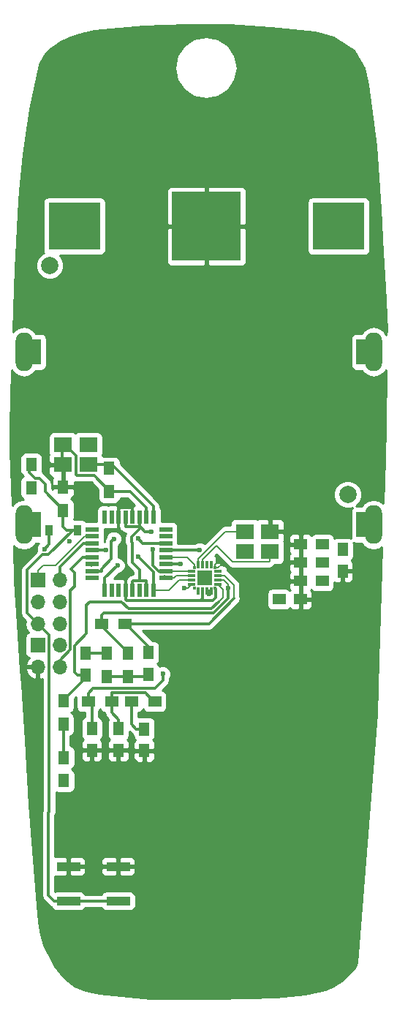
<source format=gbr>
G04 #@! TF.FileFunction,Copper,L2,Bot,Signal*
%FSLAX46Y46*%
G04 Gerber Fmt 4.6, Leading zero omitted, Abs format (unit mm)*
G04 Created by KiCad (PCBNEW 4.0.7) date Sun Sep  2 09:00:49 2018*
%MOMM*%
%LPD*%
G01*
G04 APERTURE LIST*
%ADD10C,0.100000*%
%ADD11R,0.300000X0.300000*%
%ADD12R,0.900000X0.300000*%
%ADD13R,0.300000X0.900000*%
%ADD14R,1.700000X1.700000*%
%ADD15O,1.700000X1.700000*%
%ADD16R,2.750000X1.000000*%
%ADD17C,2.000000*%
%ADD18R,1.500000X3.000000*%
%ADD19O,2.000000X4.500000*%
%ADD20R,0.600000X1.500000*%
%ADD21R,1.500000X0.600000*%
%ADD22R,1.250000X1.500000*%
%ADD23R,1.500000X1.250000*%
%ADD24R,1.300000X1.500000*%
%ADD25R,1.500000X1.300000*%
%ADD26R,2.100000X1.800000*%
%ADD27R,6.000000X5.500000*%
%ADD28R,8.000000X8.000000*%
%ADD29R,0.900000X1.200000*%
%ADD30C,0.600000*%
%ADD31C,0.200000*%
%ADD32C,0.300000*%
%ADD33C,0.254000*%
G04 APERTURE END LIST*
D10*
D11*
X61000000Y-107510000D03*
D12*
X61330000Y-107960000D03*
X61330000Y-108460000D03*
X61330000Y-108960000D03*
X61330000Y-109460000D03*
D11*
X61000000Y-109910000D03*
D13*
X60550000Y-110240000D03*
X60050000Y-110240000D03*
X59550000Y-110240000D03*
X59050000Y-110240000D03*
D11*
X58600000Y-109910000D03*
D12*
X58270000Y-109460000D03*
X58270000Y-108960000D03*
X58270000Y-108460000D03*
X58270000Y-107960000D03*
D11*
X58600000Y-107510000D03*
D13*
X59050000Y-107180000D03*
X59550000Y-107180000D03*
X60050000Y-107180000D03*
X60550000Y-107180000D03*
D14*
X59800000Y-108710000D03*
X40460000Y-108920000D03*
D15*
X43000000Y-108920000D03*
X40460000Y-111460000D03*
X43000000Y-111460000D03*
X40460000Y-114000000D03*
X43000000Y-114000000D03*
D14*
X40460000Y-116460000D03*
D15*
X43000000Y-116460000D03*
X40460000Y-119000000D03*
X43000000Y-119000000D03*
D16*
X44025000Y-146100000D03*
X49775000Y-146100000D03*
X49775000Y-142100000D03*
X44025000Y-142100000D03*
D17*
X41850000Y-72550000D03*
D18*
X40100000Y-102550000D03*
X40100000Y-82550000D03*
X78100000Y-82550000D03*
X78100000Y-102550000D03*
D19*
X38850000Y-82550000D03*
X79350000Y-82550000D03*
X38850000Y-102550000D03*
X79350000Y-102550000D03*
D17*
X76350000Y-99050000D03*
D20*
X48230000Y-101650000D03*
X49030000Y-101650000D03*
X49830000Y-101650000D03*
X50630000Y-101650000D03*
X51430000Y-101650000D03*
X52230000Y-101650000D03*
X53030000Y-101650000D03*
X53830000Y-101650000D03*
D21*
X55280000Y-103100000D03*
X55280000Y-103900000D03*
X55280000Y-104700000D03*
X55280000Y-105500000D03*
X55280000Y-106300000D03*
X55280000Y-107100000D03*
X55280000Y-107900000D03*
X55280000Y-108700000D03*
D20*
X53830000Y-110150000D03*
X53030000Y-110150000D03*
X52230000Y-110150000D03*
X51430000Y-110150000D03*
X50630000Y-110150000D03*
X49830000Y-110150000D03*
X49030000Y-110150000D03*
X48230000Y-110150000D03*
D21*
X46780000Y-108700000D03*
X46780000Y-107900000D03*
X46780000Y-107100000D03*
X46780000Y-106300000D03*
X46780000Y-105500000D03*
X46780000Y-104700000D03*
X46780000Y-103900000D03*
X46780000Y-103100000D03*
D22*
X45960000Y-119930000D03*
X45960000Y-117430000D03*
X75760000Y-105420000D03*
X75760000Y-107920000D03*
D23*
X73400000Y-106910000D03*
X70900000Y-106910000D03*
X73400000Y-104810000D03*
X70900000Y-104810000D03*
X73390000Y-109050000D03*
X70890000Y-109050000D03*
D22*
X52790000Y-126190000D03*
X52790000Y-128690000D03*
X49800000Y-126160000D03*
X49800000Y-128660000D03*
X46720000Y-126160000D03*
X46720000Y-128660000D03*
D23*
X70890000Y-111180000D03*
X68390000Y-111180000D03*
D22*
X53310000Y-117370000D03*
X53310000Y-119870000D03*
D24*
X48440000Y-117410000D03*
X48440000Y-120110000D03*
X43420000Y-125640000D03*
X43420000Y-122940000D03*
D25*
X51300000Y-123000000D03*
X54000000Y-123000000D03*
X49000000Y-123000000D03*
X46300000Y-123000000D03*
X47870000Y-113990000D03*
X50570000Y-113990000D03*
D24*
X50870000Y-120090000D03*
X50870000Y-117390000D03*
X48730000Y-98710000D03*
X48730000Y-96010000D03*
X43400000Y-100890000D03*
X43400000Y-98190000D03*
X39710000Y-95560000D03*
X39710000Y-98260000D03*
X43480000Y-132180000D03*
X43480000Y-129480000D03*
D26*
X64430000Y-103350000D03*
X67330000Y-103350000D03*
X67330000Y-105650000D03*
X64430000Y-105650000D03*
X46300000Y-95600000D03*
X43400000Y-95600000D03*
X43400000Y-93300000D03*
X46300000Y-93300000D03*
D27*
X75300000Y-68000000D03*
X44700000Y-68000000D03*
D28*
X60000000Y-68000000D03*
D29*
X41790000Y-103170000D03*
X45090000Y-103170000D03*
D30*
X67330000Y-103350000D03*
X61100000Y-102550000D03*
X50630000Y-110150000D03*
X53030000Y-110150000D03*
X60290000Y-110580000D03*
X75300000Y-68000000D03*
X44700000Y-68000000D03*
X75760000Y-105420000D03*
X39710000Y-98260000D03*
X41220000Y-105360000D03*
X53610010Y-103350000D03*
X43480000Y-132180000D03*
X52230000Y-101650000D03*
X50630000Y-101650000D03*
X73450000Y-109060000D03*
X73400000Y-106910000D03*
X73400000Y-104810000D03*
X57425158Y-109872654D03*
X57020000Y-107059992D03*
X44136096Y-104500012D03*
X52080000Y-106250000D03*
X55280000Y-108700000D03*
X53810000Y-105350000D03*
X55280000Y-107900000D03*
X59205380Y-105455380D03*
X52080000Y-104150000D03*
X49690000Y-107250000D03*
X49259200Y-104180001D03*
X48340000Y-105450000D03*
X51300000Y-123000000D03*
X50870000Y-120090000D03*
X54930000Y-119820000D03*
X68390000Y-111180000D03*
X62510000Y-109880000D03*
X46780000Y-107100000D03*
D31*
X61720000Y-107140000D02*
X62050000Y-107140000D01*
X61000000Y-107510000D02*
X61350000Y-107510000D01*
X61350000Y-107510000D02*
X61720000Y-107140000D01*
X61000000Y-109910000D02*
X61050001Y-109960001D01*
X61320000Y-106570000D02*
X61320000Y-106900000D01*
X61140000Y-106390000D02*
X61320000Y-106570000D01*
X61140000Y-107020000D02*
X61140000Y-106390000D01*
X61140000Y-107020000D02*
X61860000Y-107020000D01*
X61000000Y-107510000D02*
X61000000Y-107160000D01*
X61000000Y-107160000D02*
X61140000Y-107020000D01*
D32*
X59300000Y-111322002D02*
X60698000Y-111322002D01*
X60698000Y-111322002D02*
X61050001Y-110970001D01*
X61050001Y-110970001D02*
X61050001Y-109960001D01*
X59550000Y-110240000D02*
X59549999Y-111072003D01*
X59549999Y-111072003D02*
X59300000Y-111322002D01*
X59300000Y-111322002D02*
X50752002Y-111322002D01*
X50752002Y-111322002D02*
X50630000Y-111200000D01*
X50630000Y-111200000D02*
X50630000Y-110150000D01*
X41450000Y-95000000D02*
X41450000Y-95450000D01*
X41450000Y-95450000D02*
X41600000Y-95600000D01*
X41600000Y-95600000D02*
X42050000Y-95600000D01*
X42050000Y-95600000D02*
X43400000Y-95600000D01*
X42050000Y-95600000D02*
X41450000Y-95000000D01*
X49830000Y-101650000D02*
X49830000Y-103230000D01*
X43400000Y-95600000D02*
X43400000Y-98190000D01*
X49830000Y-101650000D02*
X49830000Y-100769998D01*
X49830000Y-100769998D02*
X50049999Y-100549999D01*
X50049999Y-100549999D02*
X51379999Y-100549999D01*
X51379999Y-100549999D02*
X51430000Y-100600000D01*
X51430000Y-100600000D02*
X51430000Y-101650000D01*
X50630000Y-110150000D02*
X50630000Y-108407998D01*
X49830000Y-101650000D02*
X49830000Y-100360000D01*
X51430000Y-101650000D02*
X51430000Y-100260000D01*
X41220000Y-105360000D02*
X41790000Y-104790000D01*
X41790000Y-104790000D02*
X41790000Y-103170000D01*
X53030000Y-109500000D02*
X53030000Y-110150000D01*
X60050000Y-110240000D02*
X60050000Y-110340000D01*
X60050000Y-110340000D02*
X60290000Y-110580000D01*
X60050000Y-110240000D02*
X60499999Y-110240000D01*
X50630000Y-101650000D02*
X50630000Y-102700000D01*
X52230000Y-102700000D02*
X52230000Y-101650000D01*
X50630000Y-102700000D02*
X50680001Y-102750001D01*
X50680001Y-102750001D02*
X52189999Y-102750001D01*
X52189999Y-102750001D02*
X52230000Y-102710000D01*
X52230000Y-102710000D02*
X52230000Y-102700000D01*
X51480001Y-109049999D02*
X52250000Y-109049999D01*
X52250000Y-109049999D02*
X52979999Y-109049999D01*
X52230000Y-101650000D02*
X52230000Y-103037998D01*
X51429999Y-106900877D02*
X52250000Y-107720878D01*
X52230000Y-103037998D02*
X51290000Y-103977998D01*
X51290000Y-103977998D02*
X51290000Y-104507998D01*
X51290000Y-104507998D02*
X51430001Y-104647999D01*
X51430001Y-104647999D02*
X51430001Y-105937997D01*
X51430001Y-105937997D02*
X51429999Y-105937999D01*
X51429999Y-105937999D02*
X51429999Y-106900877D01*
X52250000Y-107720878D02*
X52250000Y-109049999D01*
X51430000Y-110150000D02*
X51430000Y-109100000D01*
X51430000Y-109100000D02*
X51480001Y-109049999D01*
X52979999Y-109049999D02*
X53030000Y-109100000D01*
X53030000Y-109100000D02*
X53030000Y-110150000D01*
X52230000Y-102700000D02*
X52880000Y-103350000D01*
X52880000Y-103350000D02*
X53610010Y-103350000D01*
D31*
X57425158Y-109872654D02*
X57857346Y-109872654D01*
X57857346Y-109872654D02*
X58270000Y-109460000D01*
D32*
X55280000Y-107100000D02*
X56979992Y-107100000D01*
X56979992Y-107100000D02*
X57020000Y-107059992D01*
D31*
X56870000Y-108960000D02*
X58270000Y-108960000D01*
X55680000Y-110150000D02*
X56870000Y-108960000D01*
X53830000Y-110150000D02*
X55680000Y-110150000D01*
D32*
X53830000Y-110150000D02*
X53830000Y-108000000D01*
X53830000Y-108000000D02*
X52080000Y-106250000D01*
D31*
X55280000Y-108700000D02*
X56230000Y-108700000D01*
X56230000Y-108700000D02*
X56470000Y-108460000D01*
X56470000Y-108460000D02*
X57620000Y-108460000D01*
X57620000Y-108460000D02*
X58270000Y-108460000D01*
D32*
X55130000Y-108550000D02*
X55280000Y-108700000D01*
D31*
X55280000Y-107900000D02*
X58210000Y-107900000D01*
X58210000Y-107900000D02*
X58270000Y-107960000D01*
D32*
X55280000Y-107900000D02*
X54437120Y-107900000D01*
X54437120Y-107900000D02*
X53810000Y-107272880D01*
X53810000Y-107272880D02*
X53810000Y-105350000D01*
D31*
X55280000Y-106300000D02*
X57740000Y-106300000D01*
X57740000Y-106300000D02*
X58600000Y-107160000D01*
X58600000Y-107160000D02*
X58600000Y-107510000D01*
D32*
X46300000Y-95600000D02*
X48320000Y-95600000D01*
X48320000Y-95600000D02*
X48730000Y-96010000D01*
X53830000Y-101650000D02*
X53830000Y-100402880D01*
X53830000Y-100402880D02*
X48937110Y-95509990D01*
X48937110Y-95509990D02*
X48522890Y-95509990D01*
X48522890Y-95509990D02*
X48376440Y-95656440D01*
X48730000Y-96110000D02*
X48730000Y-96010000D01*
X55280000Y-105500000D02*
X59160760Y-105500000D01*
X59160760Y-105500000D02*
X59205380Y-105455380D01*
X55290000Y-105510000D02*
X55280000Y-105500000D01*
X55280000Y-104700000D02*
X52630000Y-104700000D01*
X52630000Y-104700000D02*
X52080000Y-104150000D01*
X49690000Y-107250000D02*
X48230000Y-108710000D01*
X48230000Y-108710000D02*
X48230000Y-110150000D01*
X47840000Y-107650000D02*
X48990001Y-106499999D01*
X48990001Y-104449200D02*
X49259200Y-104180001D01*
X48990001Y-106499999D02*
X48990001Y-104449200D01*
X47840000Y-107900000D02*
X47840000Y-107650000D01*
X46780000Y-107900000D02*
X47840000Y-107900000D01*
X44514106Y-103160000D02*
X45080000Y-103160000D01*
X45080000Y-103160000D02*
X45090000Y-103170000D01*
X43790000Y-103160000D02*
X44514106Y-103160000D01*
X40460000Y-114000000D02*
X39259999Y-112799999D01*
X39259999Y-112799999D02*
X39259999Y-107789999D01*
X39259999Y-107789999D02*
X41039997Y-106010001D01*
X41039997Y-106010001D02*
X41664105Y-106010001D01*
X41664105Y-106010001D02*
X44514106Y-103160000D01*
X44514106Y-103160000D02*
X44590000Y-103160000D01*
X46780000Y-105500000D02*
X48290000Y-105500000D01*
X48290000Y-105500000D02*
X48340000Y-105450000D01*
X41330000Y-97849998D02*
X41330000Y-98720000D01*
X41330000Y-98720000D02*
X43400000Y-100790000D01*
X43400000Y-100790000D02*
X43400000Y-100890000D01*
X39710000Y-95560000D02*
X39499990Y-95770010D01*
X39499990Y-95770010D02*
X39499990Y-96507110D01*
X39499990Y-96507110D02*
X40152879Y-97159999D01*
X40152879Y-97159999D02*
X40640001Y-97159999D01*
X40640001Y-97159999D02*
X41330000Y-97849998D01*
X43400000Y-100890000D02*
X43400000Y-102770000D01*
X43400000Y-102770000D02*
X43790000Y-103160000D01*
X41690000Y-135870000D02*
X41799999Y-135760001D01*
X41799999Y-115339999D02*
X40460000Y-114000000D01*
X41799999Y-135760001D02*
X41799999Y-115339999D01*
X42350000Y-146100000D02*
X41690000Y-145440000D01*
X41690000Y-145440000D02*
X41690000Y-135870000D01*
X44025000Y-146100000D02*
X42350000Y-146100000D01*
X44025000Y-146100000D02*
X49775000Y-146100000D01*
X43000000Y-108920000D02*
X43000000Y-107430000D01*
X43000000Y-107430000D02*
X45730000Y-104700000D01*
X45730000Y-104700000D02*
X46780000Y-104700000D01*
D31*
X40460000Y-108920000D02*
X40460000Y-107870000D01*
X40460000Y-107870000D02*
X41086401Y-107243599D01*
X41086401Y-107243599D02*
X42549991Y-107243599D01*
X42549991Y-107243599D02*
X45893590Y-103900000D01*
X45893590Y-103900000D02*
X46780000Y-103900000D01*
D32*
X40460000Y-108920000D02*
X40678110Y-108920000D01*
X40852880Y-108920000D02*
X40460000Y-108920000D01*
X40460000Y-108920000D02*
X41080000Y-108920000D01*
X45960000Y-117430000D02*
X48420000Y-117430000D01*
X48420000Y-117430000D02*
X48440000Y-117410000D01*
X50870000Y-120090000D02*
X50870000Y-119990000D01*
X51400000Y-123000000D02*
X51300000Y-123000000D01*
X50870000Y-120090000D02*
X53090000Y-120090000D01*
X53090000Y-120090000D02*
X53310000Y-119870000D01*
X48440000Y-120110000D02*
X50850000Y-120110000D01*
X50850000Y-120110000D02*
X50870000Y-120090000D01*
X52790000Y-126190000D02*
X51865000Y-126190000D01*
X51865000Y-126190000D02*
X51300000Y-125625000D01*
X51300000Y-125625000D02*
X51300000Y-123000000D01*
X49000000Y-123000000D02*
X49000000Y-122050000D01*
X49000000Y-122050000D02*
X49050001Y-121999999D01*
X49050001Y-121999999D02*
X52899999Y-121999999D01*
X52899999Y-121999999D02*
X53900000Y-123000000D01*
X53900000Y-123000000D02*
X54000000Y-123000000D01*
X49800000Y-126160000D02*
X49800000Y-125110000D01*
X49800000Y-125110000D02*
X49000000Y-124310000D01*
X49000000Y-124310000D02*
X49000000Y-123000000D01*
X46300000Y-123000000D02*
X46300000Y-122050000D01*
X46300000Y-122050000D02*
X46850011Y-121499989D01*
X46850011Y-121499989D02*
X54000011Y-121499989D01*
X54000011Y-121499989D02*
X54930000Y-120570000D01*
X54930000Y-120570000D02*
X54930000Y-119820000D01*
X46400000Y-123000000D02*
X46300000Y-123000000D01*
X46720000Y-126160000D02*
X46720000Y-123420000D01*
X46720000Y-123420000D02*
X46300000Y-123000000D01*
X43420000Y-125640000D02*
X43420000Y-129420000D01*
X43420000Y-129420000D02*
X43480000Y-129480000D01*
X43280000Y-94850000D02*
X43280000Y-93650000D01*
X48730000Y-98710000D02*
X48730000Y-98610000D01*
X48730000Y-98610000D02*
X46970001Y-96850001D01*
X46970001Y-96850001D02*
X44969999Y-96850001D01*
X44969999Y-96850001D02*
X44899999Y-96780001D01*
X44899999Y-96780001D02*
X44899999Y-94562879D01*
X44899999Y-94562879D02*
X43487110Y-93149990D01*
X43487110Y-93149990D02*
X43400000Y-93149990D01*
X48730000Y-98710000D02*
X51140000Y-98710000D01*
X51140000Y-98710000D02*
X53030000Y-100600000D01*
X53030000Y-100600000D02*
X53030000Y-101650000D01*
D31*
X61400000Y-111449122D02*
X61909999Y-110939123D01*
X61909999Y-110939123D02*
X61909999Y-110039999D01*
X61909999Y-110039999D02*
X61330000Y-109460000D01*
D32*
X46090000Y-115170000D02*
X46090000Y-111820000D01*
X46090000Y-111820000D02*
X46460000Y-111450000D01*
X44730000Y-116530000D02*
X46090000Y-115170000D01*
X45035000Y-119930000D02*
X44730000Y-119625000D01*
X44730000Y-119625000D02*
X44730000Y-116530000D01*
X45960000Y-119930000D02*
X45035000Y-119930000D01*
X50992891Y-112270011D02*
X60579111Y-112270011D01*
X46460000Y-111450000D02*
X50172880Y-111450000D01*
X50172880Y-111450000D02*
X50992891Y-112270011D01*
X60579111Y-112270011D02*
X61400000Y-111449122D01*
X43420000Y-122940000D02*
X43420000Y-122840000D01*
X43420000Y-122840000D02*
X45960000Y-120300000D01*
X45960000Y-120300000D02*
X45960000Y-119930000D01*
D31*
X62510000Y-109880000D02*
X62510000Y-109455736D01*
X62510000Y-109455736D02*
X62014264Y-108960000D01*
X62014264Y-108960000D02*
X61980000Y-108960000D01*
X61980000Y-108960000D02*
X61330000Y-108960000D01*
D32*
X47870000Y-113990000D02*
X47870000Y-113040000D01*
X47870000Y-113040000D02*
X48139979Y-112770021D01*
X48139979Y-112770021D02*
X60786221Y-112770021D01*
X60786221Y-112770021D02*
X62510000Y-111046242D01*
X62510000Y-111046242D02*
X62510000Y-109880000D01*
X50870000Y-117390000D02*
X50870000Y-117290000D01*
X50870000Y-117290000D02*
X47870000Y-114290000D01*
X47870000Y-114290000D02*
X47870000Y-113990000D01*
D31*
X61330000Y-108460000D02*
X62079962Y-108460000D01*
X62079962Y-108460000D02*
X63160001Y-109540039D01*
X63160001Y-109540039D02*
X63160001Y-111103361D01*
D32*
X50570000Y-113990000D02*
X60273362Y-113990000D01*
X60273362Y-113990000D02*
X63160001Y-111103361D01*
X50570000Y-113990000D02*
X50670000Y-113990000D01*
X50670000Y-113990000D02*
X53310000Y-116630000D01*
X53310000Y-116630000D02*
X53310000Y-117370000D01*
D31*
X64430000Y-103350000D02*
X62198762Y-103350000D01*
X62198762Y-103350000D02*
X59050000Y-106498762D01*
X59050000Y-106498762D02*
X59050000Y-106530000D01*
X59050000Y-106530000D02*
X59050000Y-107180000D01*
X61127230Y-104987230D02*
X59550000Y-106564460D01*
X59550000Y-106564460D02*
X59550000Y-107180000D01*
X62990001Y-106850001D02*
X61127230Y-104987230D01*
X67330000Y-105650000D02*
X67330000Y-106750000D01*
X67330000Y-106750000D02*
X67229999Y-106850001D01*
X67229999Y-106850001D02*
X62990001Y-106850001D01*
D32*
X67180000Y-105650000D02*
X67330000Y-105650000D01*
X46630001Y-107249999D02*
X46780000Y-107100000D01*
X43000000Y-119000000D02*
X43000000Y-118236002D01*
X43000000Y-118236002D02*
X44229990Y-117006012D01*
X44229990Y-117006012D02*
X44229990Y-110173132D01*
X45660000Y-106300000D02*
X46780000Y-106300000D01*
X44229990Y-110173132D02*
X44700011Y-109703111D01*
X44700011Y-109703111D02*
X44700011Y-108136889D01*
X44700011Y-108136889D02*
X44280000Y-107716878D01*
X44280000Y-107716878D02*
X44280000Y-107680000D01*
X44280000Y-107680000D02*
X45660000Y-106300000D01*
D33*
G36*
X67444321Y-45007921D02*
X72561283Y-45499936D01*
X74702773Y-46151694D01*
X77025573Y-47609138D01*
X78229743Y-49660686D01*
X78650464Y-51624050D01*
X79643016Y-58671172D01*
X80091309Y-66043096D01*
X80391275Y-71042524D01*
X80391503Y-71043396D01*
X80391383Y-71044289D01*
X80640884Y-75036310D01*
X80839806Y-80009361D01*
X80832090Y-80575210D01*
X80506120Y-80087360D01*
X79975687Y-79732937D01*
X79350000Y-79608480D01*
X78724313Y-79732937D01*
X78193880Y-80087360D01*
X77983271Y-80402560D01*
X77350000Y-80402560D01*
X77114683Y-80446838D01*
X76898559Y-80585910D01*
X76753569Y-80798110D01*
X76702560Y-81050000D01*
X76702560Y-84050000D01*
X76746838Y-84285317D01*
X76885910Y-84501441D01*
X77098110Y-84646431D01*
X77350000Y-84697440D01*
X77983271Y-84697440D01*
X78193880Y-85012640D01*
X78724313Y-85367063D01*
X79350000Y-85491520D01*
X79975687Y-85367063D01*
X80506120Y-85012640D01*
X80777110Y-84607073D01*
X80690121Y-90986306D01*
X80590300Y-94979132D01*
X80419676Y-100029600D01*
X79975687Y-99732937D01*
X79350000Y-99608480D01*
X78724313Y-99732937D01*
X78193880Y-100087360D01*
X77983271Y-100402560D01*
X77350000Y-100402560D01*
X77299892Y-100411988D01*
X77735278Y-99977363D01*
X77984716Y-99376648D01*
X77985284Y-98726205D01*
X77736894Y-98125057D01*
X77277363Y-97664722D01*
X76676648Y-97415284D01*
X76026205Y-97414716D01*
X75425057Y-97663106D01*
X74964722Y-98122637D01*
X74715284Y-98723352D01*
X74714716Y-99373795D01*
X74963106Y-99974943D01*
X75422637Y-100435278D01*
X76023352Y-100684716D01*
X76673795Y-100685284D01*
X76892368Y-100594971D01*
X76753569Y-100798110D01*
X76702560Y-101050000D01*
X76702560Y-104050000D01*
X76717338Y-104128537D01*
X76636890Y-104073569D01*
X76385000Y-104022560D01*
X75135000Y-104022560D01*
X74899683Y-104066838D01*
X74788650Y-104138286D01*
X74753162Y-103949683D01*
X74614090Y-103733559D01*
X74401890Y-103588569D01*
X74150000Y-103537560D01*
X72650000Y-103537560D01*
X72414683Y-103581838D01*
X72198559Y-103720910D01*
X72152031Y-103789006D01*
X72009698Y-103646673D01*
X71776309Y-103550000D01*
X71185750Y-103550000D01*
X71027000Y-103708750D01*
X71027000Y-104683000D01*
X71047000Y-104683000D01*
X71047000Y-104937000D01*
X71027000Y-104937000D01*
X71027000Y-106783000D01*
X71047000Y-106783000D01*
X71047000Y-107037000D01*
X71027000Y-107037000D01*
X71027000Y-107938750D01*
X71017000Y-107948750D01*
X71017000Y-108923000D01*
X71037000Y-108923000D01*
X71037000Y-109177000D01*
X71017000Y-109177000D01*
X71017000Y-111053000D01*
X72116250Y-111053000D01*
X72275000Y-110894250D01*
X72275000Y-110428690D01*
X72178327Y-110195301D01*
X72098026Y-110115000D01*
X72140936Y-110072090D01*
X72175910Y-110126441D01*
X72388110Y-110271431D01*
X72640000Y-110322440D01*
X74140000Y-110322440D01*
X74375317Y-110278162D01*
X74591441Y-110139090D01*
X74736431Y-109926890D01*
X74787440Y-109675000D01*
X74787440Y-109213355D01*
X75008690Y-109305000D01*
X75474250Y-109305000D01*
X75633000Y-109146250D01*
X75633000Y-108047000D01*
X75887000Y-108047000D01*
X75887000Y-109146250D01*
X76045750Y-109305000D01*
X76511310Y-109305000D01*
X76744699Y-109208327D01*
X76923327Y-109029698D01*
X77020000Y-108796309D01*
X77020000Y-108205750D01*
X76861250Y-108047000D01*
X75887000Y-108047000D01*
X75633000Y-108047000D01*
X75613000Y-108047000D01*
X75613000Y-107793000D01*
X75633000Y-107793000D01*
X75633000Y-107773000D01*
X75887000Y-107773000D01*
X75887000Y-107793000D01*
X76861250Y-107793000D01*
X77020000Y-107634250D01*
X77020000Y-107043691D01*
X76923327Y-106810302D01*
X76782090Y-106669064D01*
X76836441Y-106634090D01*
X76981431Y-106421890D01*
X77032440Y-106170000D01*
X77032440Y-104670000D01*
X77017662Y-104591463D01*
X77098110Y-104646431D01*
X77350000Y-104697440D01*
X77983271Y-104697440D01*
X78193880Y-105012640D01*
X78724313Y-105367063D01*
X79350000Y-105491520D01*
X79975687Y-105367063D01*
X80260630Y-105176671D01*
X79890319Y-118178708D01*
X79690895Y-124460543D01*
X77399705Y-153249843D01*
X77235061Y-153710847D01*
X75600615Y-155345293D01*
X74714225Y-155921446D01*
X73781956Y-156320990D01*
X71387004Y-156847880D01*
X68053507Y-157191034D01*
X61042283Y-157389934D01*
X53534556Y-157340214D01*
X47564011Y-156797437D01*
X45966565Y-156421567D01*
X44746698Y-155924585D01*
X43954006Y-155352085D01*
X43084135Y-154527997D01*
X42452842Y-153671242D01*
X41164836Y-151238345D01*
X40845563Y-150052474D01*
X40604235Y-148507969D01*
X40407144Y-146635606D01*
X39508354Y-134951327D01*
X39058705Y-127517135D01*
X39057045Y-127510813D01*
X39058305Y-127500963D01*
X38608305Y-121000964D01*
X38608097Y-121000200D01*
X38608196Y-120999414D01*
X38490873Y-119356890D01*
X39018524Y-119356890D01*
X39188355Y-119766924D01*
X39578642Y-120195183D01*
X40103108Y-120441486D01*
X40333000Y-120320819D01*
X40333000Y-119127000D01*
X39139845Y-119127000D01*
X39018524Y-119356890D01*
X38490873Y-119356890D01*
X38108479Y-114003377D01*
X37809363Y-109018110D01*
X37688979Y-105005305D01*
X37693880Y-105012640D01*
X38224313Y-105367063D01*
X38850000Y-105491520D01*
X39475687Y-105367063D01*
X40006120Y-105012640D01*
X40216729Y-104697440D01*
X40560272Y-104697440D01*
X40427808Y-104829673D01*
X40285162Y-105173201D01*
X40284838Y-105545167D01*
X40316952Y-105622888D01*
X38704920Y-107234920D01*
X38534754Y-107489592D01*
X38534754Y-107489593D01*
X38474999Y-107789999D01*
X38474999Y-112799999D01*
X38534754Y-113100406D01*
X38704920Y-113355078D01*
X39012924Y-113663082D01*
X38945907Y-114000000D01*
X39058946Y-114568285D01*
X39358804Y-115017056D01*
X39158559Y-115145910D01*
X39013569Y-115358110D01*
X38962560Y-115610000D01*
X38962560Y-117310000D01*
X39006838Y-117545317D01*
X39145910Y-117761441D01*
X39358110Y-117906431D01*
X39466107Y-117928301D01*
X39188355Y-118233076D01*
X39018524Y-118643110D01*
X39139845Y-118873000D01*
X40333000Y-118873000D01*
X40333000Y-118853000D01*
X40587000Y-118853000D01*
X40587000Y-118873000D01*
X40607000Y-118873000D01*
X40607000Y-119127000D01*
X40587000Y-119127000D01*
X40587000Y-120320819D01*
X40816892Y-120441486D01*
X41014999Y-120348450D01*
X41014999Y-135494397D01*
X40964755Y-135569593D01*
X40964755Y-135569594D01*
X40905000Y-135870000D01*
X40905000Y-145440000D01*
X40964755Y-145740407D01*
X41134921Y-145995079D01*
X41794921Y-146655079D01*
X42044274Y-146821691D01*
X42046838Y-146835317D01*
X42185910Y-147051441D01*
X42398110Y-147196431D01*
X42650000Y-147247440D01*
X45400000Y-147247440D01*
X45635317Y-147203162D01*
X45851441Y-147064090D01*
X45973808Y-146885000D01*
X47828808Y-146885000D01*
X47935910Y-147051441D01*
X48148110Y-147196431D01*
X48400000Y-147247440D01*
X51150000Y-147247440D01*
X51385317Y-147203162D01*
X51601441Y-147064090D01*
X51746431Y-146851890D01*
X51797440Y-146600000D01*
X51797440Y-145600000D01*
X51753162Y-145364683D01*
X51614090Y-145148559D01*
X51401890Y-145003569D01*
X51150000Y-144952560D01*
X48400000Y-144952560D01*
X48164683Y-144996838D01*
X47948559Y-145135910D01*
X47826192Y-145315000D01*
X45971192Y-145315000D01*
X45864090Y-145148559D01*
X45651890Y-145003569D01*
X45400000Y-144952560D01*
X42650000Y-144952560D01*
X42475000Y-144985489D01*
X42475000Y-143214832D01*
X42523691Y-143235000D01*
X43739250Y-143235000D01*
X43898000Y-143076250D01*
X43898000Y-142227000D01*
X44152000Y-142227000D01*
X44152000Y-143076250D01*
X44310750Y-143235000D01*
X45526309Y-143235000D01*
X45759698Y-143138327D01*
X45938327Y-142959699D01*
X46035000Y-142726310D01*
X46035000Y-142385750D01*
X47765000Y-142385750D01*
X47765000Y-142726310D01*
X47861673Y-142959699D01*
X48040302Y-143138327D01*
X48273691Y-143235000D01*
X49489250Y-143235000D01*
X49648000Y-143076250D01*
X49648000Y-142227000D01*
X49902000Y-142227000D01*
X49902000Y-143076250D01*
X50060750Y-143235000D01*
X51276309Y-143235000D01*
X51509698Y-143138327D01*
X51688327Y-142959699D01*
X51785000Y-142726310D01*
X51785000Y-142385750D01*
X51626250Y-142227000D01*
X49902000Y-142227000D01*
X49648000Y-142227000D01*
X47923750Y-142227000D01*
X47765000Y-142385750D01*
X46035000Y-142385750D01*
X45876250Y-142227000D01*
X44152000Y-142227000D01*
X43898000Y-142227000D01*
X43878000Y-142227000D01*
X43878000Y-141973000D01*
X43898000Y-141973000D01*
X43898000Y-141123750D01*
X44152000Y-141123750D01*
X44152000Y-141973000D01*
X45876250Y-141973000D01*
X46035000Y-141814250D01*
X46035000Y-141473690D01*
X47765000Y-141473690D01*
X47765000Y-141814250D01*
X47923750Y-141973000D01*
X49648000Y-141973000D01*
X49648000Y-141123750D01*
X49902000Y-141123750D01*
X49902000Y-141973000D01*
X51626250Y-141973000D01*
X51785000Y-141814250D01*
X51785000Y-141473690D01*
X51688327Y-141240301D01*
X51509698Y-141061673D01*
X51276309Y-140965000D01*
X50060750Y-140965000D01*
X49902000Y-141123750D01*
X49648000Y-141123750D01*
X49489250Y-140965000D01*
X48273691Y-140965000D01*
X48040302Y-141061673D01*
X47861673Y-141240301D01*
X47765000Y-141473690D01*
X46035000Y-141473690D01*
X45938327Y-141240301D01*
X45759698Y-141061673D01*
X45526309Y-140965000D01*
X44310750Y-140965000D01*
X44152000Y-141123750D01*
X43898000Y-141123750D01*
X43739250Y-140965000D01*
X42523691Y-140965000D01*
X42475000Y-140985168D01*
X42475000Y-136135604D01*
X42525244Y-136060408D01*
X42584999Y-135760001D01*
X42584999Y-133527826D01*
X42830000Y-133577440D01*
X44130000Y-133577440D01*
X44365317Y-133533162D01*
X44581441Y-133394090D01*
X44726431Y-133181890D01*
X44777440Y-132930000D01*
X44777440Y-131430000D01*
X44733162Y-131194683D01*
X44594090Y-130978559D01*
X44381890Y-130833569D01*
X44368803Y-130830919D01*
X44581441Y-130694090D01*
X44726431Y-130481890D01*
X44777440Y-130230000D01*
X44777440Y-128945750D01*
X45460000Y-128945750D01*
X45460000Y-129536309D01*
X45556673Y-129769698D01*
X45735301Y-129948327D01*
X45968690Y-130045000D01*
X46434250Y-130045000D01*
X46593000Y-129886250D01*
X46593000Y-128787000D01*
X46847000Y-128787000D01*
X46847000Y-129886250D01*
X47005750Y-130045000D01*
X47471310Y-130045000D01*
X47704699Y-129948327D01*
X47883327Y-129769698D01*
X47980000Y-129536309D01*
X47980000Y-128945750D01*
X48540000Y-128945750D01*
X48540000Y-129536309D01*
X48636673Y-129769698D01*
X48815301Y-129948327D01*
X49048690Y-130045000D01*
X49514250Y-130045000D01*
X49673000Y-129886250D01*
X49673000Y-128787000D01*
X49927000Y-128787000D01*
X49927000Y-129886250D01*
X50085750Y-130045000D01*
X50551310Y-130045000D01*
X50784699Y-129948327D01*
X50963327Y-129769698D01*
X51060000Y-129536309D01*
X51060000Y-128975750D01*
X51530000Y-128975750D01*
X51530000Y-129566309D01*
X51626673Y-129799698D01*
X51805301Y-129978327D01*
X52038690Y-130075000D01*
X52504250Y-130075000D01*
X52663000Y-129916250D01*
X52663000Y-128817000D01*
X52917000Y-128817000D01*
X52917000Y-129916250D01*
X53075750Y-130075000D01*
X53541310Y-130075000D01*
X53774699Y-129978327D01*
X53953327Y-129799698D01*
X54050000Y-129566309D01*
X54050000Y-128975750D01*
X53891250Y-128817000D01*
X52917000Y-128817000D01*
X52663000Y-128817000D01*
X51688750Y-128817000D01*
X51530000Y-128975750D01*
X51060000Y-128975750D01*
X51060000Y-128945750D01*
X50901250Y-128787000D01*
X49927000Y-128787000D01*
X49673000Y-128787000D01*
X48698750Y-128787000D01*
X48540000Y-128945750D01*
X47980000Y-128945750D01*
X47821250Y-128787000D01*
X46847000Y-128787000D01*
X46593000Y-128787000D01*
X45618750Y-128787000D01*
X45460000Y-128945750D01*
X44777440Y-128945750D01*
X44777440Y-128730000D01*
X44733162Y-128494683D01*
X44594090Y-128278559D01*
X44381890Y-128133569D01*
X44205000Y-128097748D01*
X44205000Y-127012038D01*
X44305317Y-126993162D01*
X44521441Y-126854090D01*
X44666431Y-126641890D01*
X44717440Y-126390000D01*
X44717440Y-124890000D01*
X44673162Y-124654683D01*
X44534090Y-124438559D01*
X44321890Y-124293569D01*
X44308803Y-124290919D01*
X44521441Y-124154090D01*
X44666431Y-123941890D01*
X44717440Y-123690000D01*
X44717440Y-122652718D01*
X44902560Y-122467598D01*
X44902560Y-123650000D01*
X44946838Y-123885317D01*
X45085910Y-124101441D01*
X45298110Y-124246431D01*
X45550000Y-124297440D01*
X45935000Y-124297440D01*
X45935000Y-124792666D01*
X45859683Y-124806838D01*
X45643559Y-124945910D01*
X45498569Y-125158110D01*
X45447560Y-125410000D01*
X45447560Y-126910000D01*
X45491838Y-127145317D01*
X45630910Y-127361441D01*
X45699006Y-127407969D01*
X45556673Y-127550302D01*
X45460000Y-127783691D01*
X45460000Y-128374250D01*
X45618750Y-128533000D01*
X46593000Y-128533000D01*
X46593000Y-128513000D01*
X46847000Y-128513000D01*
X46847000Y-128533000D01*
X47821250Y-128533000D01*
X47980000Y-128374250D01*
X47980000Y-127783691D01*
X47883327Y-127550302D01*
X47742090Y-127409064D01*
X47796441Y-127374090D01*
X47941431Y-127161890D01*
X47992440Y-126910000D01*
X47992440Y-125410000D01*
X47948162Y-125174683D01*
X47809090Y-124958559D01*
X47596890Y-124813569D01*
X47505000Y-124794961D01*
X47505000Y-124108881D01*
X47646431Y-123901890D01*
X47649081Y-123888803D01*
X47785910Y-124101441D01*
X47998110Y-124246431D01*
X48215000Y-124290352D01*
X48215000Y-124310000D01*
X48274755Y-124610407D01*
X48444921Y-124865079D01*
X48643265Y-125063423D01*
X48578569Y-125158110D01*
X48527560Y-125410000D01*
X48527560Y-126910000D01*
X48571838Y-127145317D01*
X48710910Y-127361441D01*
X48779006Y-127407969D01*
X48636673Y-127550302D01*
X48540000Y-127783691D01*
X48540000Y-128374250D01*
X48698750Y-128533000D01*
X49673000Y-128533000D01*
X49673000Y-128513000D01*
X49927000Y-128513000D01*
X49927000Y-128533000D01*
X50901250Y-128533000D01*
X51060000Y-128374250D01*
X51060000Y-127783691D01*
X50963327Y-127550302D01*
X50822090Y-127409064D01*
X50876441Y-127374090D01*
X51021431Y-127161890D01*
X51072440Y-126910000D01*
X51072440Y-126507598D01*
X51309921Y-126745079D01*
X51517560Y-126883818D01*
X51517560Y-126940000D01*
X51561838Y-127175317D01*
X51700910Y-127391441D01*
X51769006Y-127437969D01*
X51626673Y-127580302D01*
X51530000Y-127813691D01*
X51530000Y-128404250D01*
X51688750Y-128563000D01*
X52663000Y-128563000D01*
X52663000Y-128543000D01*
X52917000Y-128543000D01*
X52917000Y-128563000D01*
X53891250Y-128563000D01*
X54050000Y-128404250D01*
X54050000Y-127813691D01*
X53953327Y-127580302D01*
X53812090Y-127439064D01*
X53866441Y-127404090D01*
X54011431Y-127191890D01*
X54062440Y-126940000D01*
X54062440Y-125440000D01*
X54018162Y-125204683D01*
X53879090Y-124988559D01*
X53666890Y-124843569D01*
X53415000Y-124792560D01*
X52165000Y-124792560D01*
X52085000Y-124807613D01*
X52085000Y-124290854D01*
X52285317Y-124253162D01*
X52501441Y-124114090D01*
X52646431Y-123901890D01*
X52649081Y-123888803D01*
X52785910Y-124101441D01*
X52998110Y-124246431D01*
X53250000Y-124297440D01*
X54750000Y-124297440D01*
X54985317Y-124253162D01*
X55201441Y-124114090D01*
X55346431Y-123901890D01*
X55397440Y-123650000D01*
X55397440Y-122350000D01*
X55353162Y-122114683D01*
X55214090Y-121898559D01*
X55001890Y-121753569D01*
X54881058Y-121729100D01*
X55485079Y-121125079D01*
X55655245Y-120870407D01*
X55715000Y-120570000D01*
X55715000Y-120357506D01*
X55722192Y-120350327D01*
X55864838Y-120006799D01*
X55865162Y-119634833D01*
X55723117Y-119291057D01*
X55460327Y-119027808D01*
X55116799Y-118885162D01*
X54744833Y-118884838D01*
X54553098Y-118964061D01*
X54538162Y-118884683D01*
X54399090Y-118668559D01*
X54329289Y-118620866D01*
X54386441Y-118584090D01*
X54531431Y-118371890D01*
X54582440Y-118120000D01*
X54582440Y-116620000D01*
X54538162Y-116384683D01*
X54399090Y-116168559D01*
X54186890Y-116023569D01*
X53935000Y-115972560D01*
X53762718Y-115972560D01*
X52565158Y-114775000D01*
X60273362Y-114775000D01*
X60573769Y-114715245D01*
X60828441Y-114545079D01*
X63715080Y-111658440D01*
X63885246Y-111403768D01*
X63945001Y-111103361D01*
X63895001Y-110851995D01*
X63895001Y-110555000D01*
X66992560Y-110555000D01*
X66992560Y-111805000D01*
X67036838Y-112040317D01*
X67175910Y-112256441D01*
X67388110Y-112401431D01*
X67640000Y-112452440D01*
X69140000Y-112452440D01*
X69375317Y-112408162D01*
X69591441Y-112269090D01*
X69637969Y-112200994D01*
X69780302Y-112343327D01*
X70013691Y-112440000D01*
X70604250Y-112440000D01*
X70763000Y-112281250D01*
X70763000Y-111307000D01*
X71017000Y-111307000D01*
X71017000Y-112281250D01*
X71175750Y-112440000D01*
X71766309Y-112440000D01*
X71999698Y-112343327D01*
X72178327Y-112164699D01*
X72275000Y-111931310D01*
X72275000Y-111465750D01*
X72116250Y-111307000D01*
X71017000Y-111307000D01*
X70763000Y-111307000D01*
X70743000Y-111307000D01*
X70743000Y-111053000D01*
X70763000Y-111053000D01*
X70763000Y-109177000D01*
X69663750Y-109177000D01*
X69505000Y-109335750D01*
X69505000Y-109801310D01*
X69601673Y-110034699D01*
X69681974Y-110115000D01*
X69639064Y-110157910D01*
X69604090Y-110103559D01*
X69391890Y-109958569D01*
X69140000Y-109907560D01*
X67640000Y-109907560D01*
X67404683Y-109951838D01*
X67188559Y-110090910D01*
X67043569Y-110303110D01*
X66992560Y-110555000D01*
X63895001Y-110555000D01*
X63895001Y-109540039D01*
X63839052Y-109258767D01*
X63784417Y-109177000D01*
X63679725Y-109020316D01*
X62958099Y-108298690D01*
X69505000Y-108298690D01*
X69505000Y-108764250D01*
X69663750Y-108923000D01*
X70763000Y-108923000D01*
X70763000Y-108021250D01*
X70773000Y-108011250D01*
X70773000Y-107037000D01*
X69673750Y-107037000D01*
X69515000Y-107195750D01*
X69515000Y-107661310D01*
X69611673Y-107894699D01*
X69691974Y-107975000D01*
X69601673Y-108065301D01*
X69505000Y-108298690D01*
X62958099Y-108298690D01*
X62599685Y-107940277D01*
X62427440Y-107825186D01*
X62427440Y-107810000D01*
X62383162Y-107574683D01*
X62244090Y-107358559D01*
X62031890Y-107213569D01*
X61780000Y-107162560D01*
X61755537Y-107162560D01*
X61688327Y-107000302D01*
X61509699Y-106821673D01*
X61347440Y-106754463D01*
X61347440Y-106730000D01*
X61303162Y-106494683D01*
X61164090Y-106278559D01*
X60992553Y-106161353D01*
X61127230Y-106026676D01*
X62470278Y-107369724D01*
X62708729Y-107529052D01*
X62990001Y-107585001D01*
X67229999Y-107585001D01*
X67511271Y-107529052D01*
X67749722Y-107369724D01*
X67849724Y-107269723D01*
X67898022Y-107197440D01*
X68380000Y-107197440D01*
X68615317Y-107153162D01*
X68831441Y-107014090D01*
X68976431Y-106801890D01*
X69027440Y-106550000D01*
X69027440Y-105095750D01*
X69515000Y-105095750D01*
X69515000Y-105561310D01*
X69611673Y-105794699D01*
X69676974Y-105860000D01*
X69611673Y-105925301D01*
X69515000Y-106158690D01*
X69515000Y-106624250D01*
X69673750Y-106783000D01*
X70773000Y-106783000D01*
X70773000Y-104937000D01*
X69673750Y-104937000D01*
X69515000Y-105095750D01*
X69027440Y-105095750D01*
X69027440Y-104750000D01*
X68983162Y-104514683D01*
X68967662Y-104490595D01*
X69015000Y-104376310D01*
X69015000Y-104058690D01*
X69515000Y-104058690D01*
X69515000Y-104524250D01*
X69673750Y-104683000D01*
X70773000Y-104683000D01*
X70773000Y-103708750D01*
X70614250Y-103550000D01*
X70023691Y-103550000D01*
X69790302Y-103646673D01*
X69611673Y-103825301D01*
X69515000Y-104058690D01*
X69015000Y-104058690D01*
X69015000Y-103635750D01*
X68856250Y-103477000D01*
X67457000Y-103477000D01*
X67457000Y-103497000D01*
X67203000Y-103497000D01*
X67203000Y-103477000D01*
X67183000Y-103477000D01*
X67183000Y-103223000D01*
X67203000Y-103223000D01*
X67203000Y-101973750D01*
X67457000Y-101973750D01*
X67457000Y-103223000D01*
X68856250Y-103223000D01*
X69015000Y-103064250D01*
X69015000Y-102323690D01*
X68918327Y-102090301D01*
X68739698Y-101911673D01*
X68506309Y-101815000D01*
X67615750Y-101815000D01*
X67457000Y-101973750D01*
X67203000Y-101973750D01*
X67044250Y-101815000D01*
X66153691Y-101815000D01*
X65920302Y-101911673D01*
X65878340Y-101953634D01*
X65731890Y-101853569D01*
X65480000Y-101802560D01*
X63380000Y-101802560D01*
X63144683Y-101846838D01*
X62928559Y-101985910D01*
X62783569Y-102198110D01*
X62732560Y-102450000D01*
X62732560Y-102615000D01*
X62198762Y-102615000D01*
X61917490Y-102670949D01*
X61679039Y-102830276D01*
X59790869Y-104718446D01*
X59735707Y-104663188D01*
X59392179Y-104520542D01*
X59020213Y-104520218D01*
X58676437Y-104662263D01*
X58623608Y-104715000D01*
X56677440Y-104715000D01*
X56677440Y-104400000D01*
X56657933Y-104296329D01*
X56677440Y-104200000D01*
X56677440Y-103600000D01*
X56657933Y-103496329D01*
X56677440Y-103400000D01*
X56677440Y-102800000D01*
X56633162Y-102564683D01*
X56494090Y-102348559D01*
X56281890Y-102203569D01*
X56030000Y-102152560D01*
X54777440Y-102152560D01*
X54777440Y-100900000D01*
X54733162Y-100664683D01*
X54615000Y-100481054D01*
X54615000Y-100402880D01*
X54555245Y-100102474D01*
X54385079Y-99847801D01*
X50027440Y-95490162D01*
X50027440Y-95260000D01*
X49983162Y-95024683D01*
X49844090Y-94808559D01*
X49631890Y-94663569D01*
X49380000Y-94612560D01*
X48080000Y-94612560D01*
X47984373Y-94630554D01*
X47953162Y-94464683D01*
X47945658Y-94453021D01*
X47946431Y-94451890D01*
X47997440Y-94200000D01*
X47997440Y-92400000D01*
X47953162Y-92164683D01*
X47814090Y-91948559D01*
X47601890Y-91803569D01*
X47350000Y-91752560D01*
X45250000Y-91752560D01*
X45014683Y-91796838D01*
X44848523Y-91903759D01*
X44701890Y-91803569D01*
X44450000Y-91752560D01*
X42350000Y-91752560D01*
X42114683Y-91796838D01*
X41898559Y-91935910D01*
X41753569Y-92148110D01*
X41702560Y-92400000D01*
X41702560Y-94200000D01*
X41746838Y-94435317D01*
X41762338Y-94459405D01*
X41715000Y-94573690D01*
X41715000Y-95314250D01*
X41873750Y-95473000D01*
X42826573Y-95473000D01*
X42979594Y-95575245D01*
X43280000Y-95635000D01*
X43547000Y-95581890D01*
X43547000Y-95727000D01*
X43527000Y-95727000D01*
X43527000Y-98063000D01*
X44526250Y-98063000D01*
X44685000Y-97904250D01*
X44685000Y-97578311D01*
X44969999Y-97635001D01*
X46644843Y-97635001D01*
X47432560Y-98422718D01*
X47432560Y-99460000D01*
X47476838Y-99695317D01*
X47615910Y-99911441D01*
X47828110Y-100056431D01*
X48080000Y-100107440D01*
X49380000Y-100107440D01*
X49615317Y-100063162D01*
X49831441Y-99924090D01*
X49976431Y-99711890D01*
X50020352Y-99495000D01*
X50814842Y-99495000D01*
X51647221Y-100327379D01*
X51478559Y-100435910D01*
X51430866Y-100505711D01*
X51394090Y-100448559D01*
X51184823Y-100305573D01*
X51144250Y-100265000D01*
X51003691Y-100265000D01*
X50999665Y-100266668D01*
X50930000Y-100252560D01*
X50330000Y-100252560D01*
X50258676Y-100265981D01*
X50256309Y-100265000D01*
X50115750Y-100265000D01*
X50064471Y-100316279D01*
X49878559Y-100435910D01*
X49830866Y-100505711D01*
X49794090Y-100448559D01*
X49584823Y-100305573D01*
X49544250Y-100265000D01*
X49403691Y-100265000D01*
X49399665Y-100266668D01*
X49330000Y-100252560D01*
X48730000Y-100252560D01*
X48626329Y-100272067D01*
X48530000Y-100252560D01*
X47930000Y-100252560D01*
X47694683Y-100296838D01*
X47478559Y-100435910D01*
X47333569Y-100648110D01*
X47282560Y-100900000D01*
X47282560Y-102152560D01*
X46030000Y-102152560D01*
X46026404Y-102153237D01*
X46004090Y-102118559D01*
X45791890Y-101973569D01*
X45540000Y-101922560D01*
X44640000Y-101922560D01*
X44623332Y-101925696D01*
X44646431Y-101891890D01*
X44697440Y-101640000D01*
X44697440Y-100140000D01*
X44653162Y-99904683D01*
X44514090Y-99688559D01*
X44301890Y-99543569D01*
X44268510Y-99536809D01*
X44409699Y-99478327D01*
X44588327Y-99299698D01*
X44685000Y-99066309D01*
X44685000Y-98475750D01*
X44526250Y-98317000D01*
X43527000Y-98317000D01*
X43527000Y-98337000D01*
X43273000Y-98337000D01*
X43273000Y-98317000D01*
X42273750Y-98317000D01*
X42155454Y-98435296D01*
X42115000Y-98394842D01*
X42115000Y-97904250D01*
X42273750Y-98063000D01*
X43273000Y-98063000D01*
X43273000Y-95727000D01*
X41873750Y-95727000D01*
X41715000Y-95885750D01*
X41715000Y-96626310D01*
X41811673Y-96859699D01*
X41990302Y-97038327D01*
X42194094Y-97122741D01*
X42115000Y-97313691D01*
X42115000Y-97849998D01*
X42055245Y-97549592D01*
X41885079Y-97294919D01*
X41195080Y-96604920D01*
X40977199Y-96459337D01*
X41007440Y-96310000D01*
X41007440Y-94810000D01*
X40963162Y-94574683D01*
X40824090Y-94358559D01*
X40611890Y-94213569D01*
X40360000Y-94162560D01*
X39060000Y-94162560D01*
X38824683Y-94206838D01*
X38608559Y-94345910D01*
X38463569Y-94558110D01*
X38412560Y-94810000D01*
X38412560Y-96310000D01*
X38456838Y-96545317D01*
X38595910Y-96761441D01*
X38808110Y-96906431D01*
X38821197Y-96909081D01*
X38608559Y-97045910D01*
X38463569Y-97258110D01*
X38412560Y-97510000D01*
X38412560Y-99010000D01*
X38456838Y-99245317D01*
X38595910Y-99461441D01*
X38808110Y-99606431D01*
X38833972Y-99611668D01*
X38224313Y-99732937D01*
X37693880Y-100087360D01*
X37531527Y-100330339D01*
X37310000Y-93937704D01*
X37310000Y-90959247D01*
X37473334Y-84682568D01*
X37693880Y-85012640D01*
X38224313Y-85367063D01*
X38850000Y-85491520D01*
X39475687Y-85367063D01*
X40006120Y-85012640D01*
X40216729Y-84697440D01*
X40850000Y-84697440D01*
X41085317Y-84653162D01*
X41301441Y-84514090D01*
X41446431Y-84301890D01*
X41497440Y-84050000D01*
X41497440Y-81050000D01*
X41453162Y-80814683D01*
X41314090Y-80598559D01*
X41101890Y-80453569D01*
X40850000Y-80402560D01*
X40216729Y-80402560D01*
X40006120Y-80087360D01*
X39475687Y-79732937D01*
X38850000Y-79608480D01*
X38224313Y-79732937D01*
X37693880Y-80087360D01*
X37588820Y-80244594D01*
X37659522Y-77527605D01*
X37900556Y-72873795D01*
X40214716Y-72873795D01*
X40463106Y-73474943D01*
X40922637Y-73935278D01*
X41523352Y-74184716D01*
X42173795Y-74185284D01*
X42774943Y-73936894D01*
X43235278Y-73477363D01*
X43484716Y-72876648D01*
X43485284Y-72226205D01*
X43236894Y-71625057D01*
X43009675Y-71397440D01*
X47700000Y-71397440D01*
X47935317Y-71353162D01*
X48151441Y-71214090D01*
X48296431Y-71001890D01*
X48347440Y-70750000D01*
X48347440Y-68285750D01*
X55365000Y-68285750D01*
X55365000Y-72126310D01*
X55461673Y-72359699D01*
X55640302Y-72538327D01*
X55873691Y-72635000D01*
X59714250Y-72635000D01*
X59873000Y-72476250D01*
X59873000Y-68127000D01*
X60127000Y-68127000D01*
X60127000Y-72476250D01*
X60285750Y-72635000D01*
X64126309Y-72635000D01*
X64359698Y-72538327D01*
X64538327Y-72359699D01*
X64635000Y-72126310D01*
X64635000Y-68285750D01*
X64476250Y-68127000D01*
X60127000Y-68127000D01*
X59873000Y-68127000D01*
X55523750Y-68127000D01*
X55365000Y-68285750D01*
X48347440Y-68285750D01*
X48347440Y-65250000D01*
X48303162Y-65014683D01*
X48164090Y-64798559D01*
X47951890Y-64653569D01*
X47700000Y-64602560D01*
X41700000Y-64602560D01*
X41464683Y-64646838D01*
X41248559Y-64785910D01*
X41103569Y-64998110D01*
X41052560Y-65250000D01*
X41052560Y-70750000D01*
X41096838Y-70985317D01*
X41151133Y-71069693D01*
X40925057Y-71163106D01*
X40464722Y-71622637D01*
X40215284Y-72223352D01*
X40214716Y-72873795D01*
X37900556Y-72873795D01*
X38308305Y-65001107D01*
X38412695Y-63873690D01*
X55365000Y-63873690D01*
X55365000Y-67714250D01*
X55523750Y-67873000D01*
X59873000Y-67873000D01*
X59873000Y-63523750D01*
X60127000Y-63523750D01*
X60127000Y-67873000D01*
X64476250Y-67873000D01*
X64635000Y-67714250D01*
X64635000Y-65250000D01*
X71652560Y-65250000D01*
X71652560Y-70750000D01*
X71696838Y-70985317D01*
X71835910Y-71201441D01*
X72048110Y-71346431D01*
X72300000Y-71397440D01*
X78300000Y-71397440D01*
X78535317Y-71353162D01*
X78751441Y-71214090D01*
X78896431Y-71001890D01*
X78947440Y-70750000D01*
X78947440Y-65250000D01*
X78903162Y-65014683D01*
X78764090Y-64798559D01*
X78551890Y-64653569D01*
X78300000Y-64602560D01*
X72300000Y-64602560D01*
X72064683Y-64646838D01*
X71848559Y-64785910D01*
X71703569Y-64998110D01*
X71652560Y-65250000D01*
X64635000Y-65250000D01*
X64635000Y-63873690D01*
X64538327Y-63640301D01*
X64359698Y-63461673D01*
X64126309Y-63365000D01*
X60285750Y-63365000D01*
X60127000Y-63523750D01*
X59873000Y-63523750D01*
X59714250Y-63365000D01*
X55873691Y-63365000D01*
X55640302Y-63461673D01*
X55461673Y-63640301D01*
X55365000Y-63873690D01*
X38412695Y-63873690D01*
X38805354Y-59632982D01*
X39549259Y-54425641D01*
X40585483Y-49650000D01*
X56333112Y-49650000D01*
X56608431Y-51034123D01*
X57392474Y-52207526D01*
X58565877Y-52991569D01*
X59950000Y-53266888D01*
X61334123Y-52991569D01*
X62507526Y-52207526D01*
X63291569Y-51034123D01*
X63566888Y-49650000D01*
X63291569Y-48265877D01*
X62507526Y-47092474D01*
X61334123Y-46308431D01*
X59950000Y-46033112D01*
X58565877Y-46308431D01*
X57392474Y-47092474D01*
X56608431Y-48265877D01*
X56333112Y-49650000D01*
X40585483Y-49650000D01*
X40673723Y-49243331D01*
X41229433Y-48174659D01*
X42004659Y-47399433D01*
X43149979Y-46620615D01*
X44257454Y-46113023D01*
X45578830Y-45688294D01*
X47003693Y-45403322D01*
X52694489Y-44858985D01*
X57660657Y-44710000D01*
X62578286Y-44710000D01*
X67444321Y-45007921D01*
X67444321Y-45007921D01*
G37*
X67444321Y-45007921D02*
X72561283Y-45499936D01*
X74702773Y-46151694D01*
X77025573Y-47609138D01*
X78229743Y-49660686D01*
X78650464Y-51624050D01*
X79643016Y-58671172D01*
X80091309Y-66043096D01*
X80391275Y-71042524D01*
X80391503Y-71043396D01*
X80391383Y-71044289D01*
X80640884Y-75036310D01*
X80839806Y-80009361D01*
X80832090Y-80575210D01*
X80506120Y-80087360D01*
X79975687Y-79732937D01*
X79350000Y-79608480D01*
X78724313Y-79732937D01*
X78193880Y-80087360D01*
X77983271Y-80402560D01*
X77350000Y-80402560D01*
X77114683Y-80446838D01*
X76898559Y-80585910D01*
X76753569Y-80798110D01*
X76702560Y-81050000D01*
X76702560Y-84050000D01*
X76746838Y-84285317D01*
X76885910Y-84501441D01*
X77098110Y-84646431D01*
X77350000Y-84697440D01*
X77983271Y-84697440D01*
X78193880Y-85012640D01*
X78724313Y-85367063D01*
X79350000Y-85491520D01*
X79975687Y-85367063D01*
X80506120Y-85012640D01*
X80777110Y-84607073D01*
X80690121Y-90986306D01*
X80590300Y-94979132D01*
X80419676Y-100029600D01*
X79975687Y-99732937D01*
X79350000Y-99608480D01*
X78724313Y-99732937D01*
X78193880Y-100087360D01*
X77983271Y-100402560D01*
X77350000Y-100402560D01*
X77299892Y-100411988D01*
X77735278Y-99977363D01*
X77984716Y-99376648D01*
X77985284Y-98726205D01*
X77736894Y-98125057D01*
X77277363Y-97664722D01*
X76676648Y-97415284D01*
X76026205Y-97414716D01*
X75425057Y-97663106D01*
X74964722Y-98122637D01*
X74715284Y-98723352D01*
X74714716Y-99373795D01*
X74963106Y-99974943D01*
X75422637Y-100435278D01*
X76023352Y-100684716D01*
X76673795Y-100685284D01*
X76892368Y-100594971D01*
X76753569Y-100798110D01*
X76702560Y-101050000D01*
X76702560Y-104050000D01*
X76717338Y-104128537D01*
X76636890Y-104073569D01*
X76385000Y-104022560D01*
X75135000Y-104022560D01*
X74899683Y-104066838D01*
X74788650Y-104138286D01*
X74753162Y-103949683D01*
X74614090Y-103733559D01*
X74401890Y-103588569D01*
X74150000Y-103537560D01*
X72650000Y-103537560D01*
X72414683Y-103581838D01*
X72198559Y-103720910D01*
X72152031Y-103789006D01*
X72009698Y-103646673D01*
X71776309Y-103550000D01*
X71185750Y-103550000D01*
X71027000Y-103708750D01*
X71027000Y-104683000D01*
X71047000Y-104683000D01*
X71047000Y-104937000D01*
X71027000Y-104937000D01*
X71027000Y-106783000D01*
X71047000Y-106783000D01*
X71047000Y-107037000D01*
X71027000Y-107037000D01*
X71027000Y-107938750D01*
X71017000Y-107948750D01*
X71017000Y-108923000D01*
X71037000Y-108923000D01*
X71037000Y-109177000D01*
X71017000Y-109177000D01*
X71017000Y-111053000D01*
X72116250Y-111053000D01*
X72275000Y-110894250D01*
X72275000Y-110428690D01*
X72178327Y-110195301D01*
X72098026Y-110115000D01*
X72140936Y-110072090D01*
X72175910Y-110126441D01*
X72388110Y-110271431D01*
X72640000Y-110322440D01*
X74140000Y-110322440D01*
X74375317Y-110278162D01*
X74591441Y-110139090D01*
X74736431Y-109926890D01*
X74787440Y-109675000D01*
X74787440Y-109213355D01*
X75008690Y-109305000D01*
X75474250Y-109305000D01*
X75633000Y-109146250D01*
X75633000Y-108047000D01*
X75887000Y-108047000D01*
X75887000Y-109146250D01*
X76045750Y-109305000D01*
X76511310Y-109305000D01*
X76744699Y-109208327D01*
X76923327Y-109029698D01*
X77020000Y-108796309D01*
X77020000Y-108205750D01*
X76861250Y-108047000D01*
X75887000Y-108047000D01*
X75633000Y-108047000D01*
X75613000Y-108047000D01*
X75613000Y-107793000D01*
X75633000Y-107793000D01*
X75633000Y-107773000D01*
X75887000Y-107773000D01*
X75887000Y-107793000D01*
X76861250Y-107793000D01*
X77020000Y-107634250D01*
X77020000Y-107043691D01*
X76923327Y-106810302D01*
X76782090Y-106669064D01*
X76836441Y-106634090D01*
X76981431Y-106421890D01*
X77032440Y-106170000D01*
X77032440Y-104670000D01*
X77017662Y-104591463D01*
X77098110Y-104646431D01*
X77350000Y-104697440D01*
X77983271Y-104697440D01*
X78193880Y-105012640D01*
X78724313Y-105367063D01*
X79350000Y-105491520D01*
X79975687Y-105367063D01*
X80260630Y-105176671D01*
X79890319Y-118178708D01*
X79690895Y-124460543D01*
X77399705Y-153249843D01*
X77235061Y-153710847D01*
X75600615Y-155345293D01*
X74714225Y-155921446D01*
X73781956Y-156320990D01*
X71387004Y-156847880D01*
X68053507Y-157191034D01*
X61042283Y-157389934D01*
X53534556Y-157340214D01*
X47564011Y-156797437D01*
X45966565Y-156421567D01*
X44746698Y-155924585D01*
X43954006Y-155352085D01*
X43084135Y-154527997D01*
X42452842Y-153671242D01*
X41164836Y-151238345D01*
X40845563Y-150052474D01*
X40604235Y-148507969D01*
X40407144Y-146635606D01*
X39508354Y-134951327D01*
X39058705Y-127517135D01*
X39057045Y-127510813D01*
X39058305Y-127500963D01*
X38608305Y-121000964D01*
X38608097Y-121000200D01*
X38608196Y-120999414D01*
X38490873Y-119356890D01*
X39018524Y-119356890D01*
X39188355Y-119766924D01*
X39578642Y-120195183D01*
X40103108Y-120441486D01*
X40333000Y-120320819D01*
X40333000Y-119127000D01*
X39139845Y-119127000D01*
X39018524Y-119356890D01*
X38490873Y-119356890D01*
X38108479Y-114003377D01*
X37809363Y-109018110D01*
X37688979Y-105005305D01*
X37693880Y-105012640D01*
X38224313Y-105367063D01*
X38850000Y-105491520D01*
X39475687Y-105367063D01*
X40006120Y-105012640D01*
X40216729Y-104697440D01*
X40560272Y-104697440D01*
X40427808Y-104829673D01*
X40285162Y-105173201D01*
X40284838Y-105545167D01*
X40316952Y-105622888D01*
X38704920Y-107234920D01*
X38534754Y-107489592D01*
X38534754Y-107489593D01*
X38474999Y-107789999D01*
X38474999Y-112799999D01*
X38534754Y-113100406D01*
X38704920Y-113355078D01*
X39012924Y-113663082D01*
X38945907Y-114000000D01*
X39058946Y-114568285D01*
X39358804Y-115017056D01*
X39158559Y-115145910D01*
X39013569Y-115358110D01*
X38962560Y-115610000D01*
X38962560Y-117310000D01*
X39006838Y-117545317D01*
X39145910Y-117761441D01*
X39358110Y-117906431D01*
X39466107Y-117928301D01*
X39188355Y-118233076D01*
X39018524Y-118643110D01*
X39139845Y-118873000D01*
X40333000Y-118873000D01*
X40333000Y-118853000D01*
X40587000Y-118853000D01*
X40587000Y-118873000D01*
X40607000Y-118873000D01*
X40607000Y-119127000D01*
X40587000Y-119127000D01*
X40587000Y-120320819D01*
X40816892Y-120441486D01*
X41014999Y-120348450D01*
X41014999Y-135494397D01*
X40964755Y-135569593D01*
X40964755Y-135569594D01*
X40905000Y-135870000D01*
X40905000Y-145440000D01*
X40964755Y-145740407D01*
X41134921Y-145995079D01*
X41794921Y-146655079D01*
X42044274Y-146821691D01*
X42046838Y-146835317D01*
X42185910Y-147051441D01*
X42398110Y-147196431D01*
X42650000Y-147247440D01*
X45400000Y-147247440D01*
X45635317Y-147203162D01*
X45851441Y-147064090D01*
X45973808Y-146885000D01*
X47828808Y-146885000D01*
X47935910Y-147051441D01*
X48148110Y-147196431D01*
X48400000Y-147247440D01*
X51150000Y-147247440D01*
X51385317Y-147203162D01*
X51601441Y-147064090D01*
X51746431Y-146851890D01*
X51797440Y-146600000D01*
X51797440Y-145600000D01*
X51753162Y-145364683D01*
X51614090Y-145148559D01*
X51401890Y-145003569D01*
X51150000Y-144952560D01*
X48400000Y-144952560D01*
X48164683Y-144996838D01*
X47948559Y-145135910D01*
X47826192Y-145315000D01*
X45971192Y-145315000D01*
X45864090Y-145148559D01*
X45651890Y-145003569D01*
X45400000Y-144952560D01*
X42650000Y-144952560D01*
X42475000Y-144985489D01*
X42475000Y-143214832D01*
X42523691Y-143235000D01*
X43739250Y-143235000D01*
X43898000Y-143076250D01*
X43898000Y-142227000D01*
X44152000Y-142227000D01*
X44152000Y-143076250D01*
X44310750Y-143235000D01*
X45526309Y-143235000D01*
X45759698Y-143138327D01*
X45938327Y-142959699D01*
X46035000Y-142726310D01*
X46035000Y-142385750D01*
X47765000Y-142385750D01*
X47765000Y-142726310D01*
X47861673Y-142959699D01*
X48040302Y-143138327D01*
X48273691Y-143235000D01*
X49489250Y-143235000D01*
X49648000Y-143076250D01*
X49648000Y-142227000D01*
X49902000Y-142227000D01*
X49902000Y-143076250D01*
X50060750Y-143235000D01*
X51276309Y-143235000D01*
X51509698Y-143138327D01*
X51688327Y-142959699D01*
X51785000Y-142726310D01*
X51785000Y-142385750D01*
X51626250Y-142227000D01*
X49902000Y-142227000D01*
X49648000Y-142227000D01*
X47923750Y-142227000D01*
X47765000Y-142385750D01*
X46035000Y-142385750D01*
X45876250Y-142227000D01*
X44152000Y-142227000D01*
X43898000Y-142227000D01*
X43878000Y-142227000D01*
X43878000Y-141973000D01*
X43898000Y-141973000D01*
X43898000Y-141123750D01*
X44152000Y-141123750D01*
X44152000Y-141973000D01*
X45876250Y-141973000D01*
X46035000Y-141814250D01*
X46035000Y-141473690D01*
X47765000Y-141473690D01*
X47765000Y-141814250D01*
X47923750Y-141973000D01*
X49648000Y-141973000D01*
X49648000Y-141123750D01*
X49902000Y-141123750D01*
X49902000Y-141973000D01*
X51626250Y-141973000D01*
X51785000Y-141814250D01*
X51785000Y-141473690D01*
X51688327Y-141240301D01*
X51509698Y-141061673D01*
X51276309Y-140965000D01*
X50060750Y-140965000D01*
X49902000Y-141123750D01*
X49648000Y-141123750D01*
X49489250Y-140965000D01*
X48273691Y-140965000D01*
X48040302Y-141061673D01*
X47861673Y-141240301D01*
X47765000Y-141473690D01*
X46035000Y-141473690D01*
X45938327Y-141240301D01*
X45759698Y-141061673D01*
X45526309Y-140965000D01*
X44310750Y-140965000D01*
X44152000Y-141123750D01*
X43898000Y-141123750D01*
X43739250Y-140965000D01*
X42523691Y-140965000D01*
X42475000Y-140985168D01*
X42475000Y-136135604D01*
X42525244Y-136060408D01*
X42584999Y-135760001D01*
X42584999Y-133527826D01*
X42830000Y-133577440D01*
X44130000Y-133577440D01*
X44365317Y-133533162D01*
X44581441Y-133394090D01*
X44726431Y-133181890D01*
X44777440Y-132930000D01*
X44777440Y-131430000D01*
X44733162Y-131194683D01*
X44594090Y-130978559D01*
X44381890Y-130833569D01*
X44368803Y-130830919D01*
X44581441Y-130694090D01*
X44726431Y-130481890D01*
X44777440Y-130230000D01*
X44777440Y-128945750D01*
X45460000Y-128945750D01*
X45460000Y-129536309D01*
X45556673Y-129769698D01*
X45735301Y-129948327D01*
X45968690Y-130045000D01*
X46434250Y-130045000D01*
X46593000Y-129886250D01*
X46593000Y-128787000D01*
X46847000Y-128787000D01*
X46847000Y-129886250D01*
X47005750Y-130045000D01*
X47471310Y-130045000D01*
X47704699Y-129948327D01*
X47883327Y-129769698D01*
X47980000Y-129536309D01*
X47980000Y-128945750D01*
X48540000Y-128945750D01*
X48540000Y-129536309D01*
X48636673Y-129769698D01*
X48815301Y-129948327D01*
X49048690Y-130045000D01*
X49514250Y-130045000D01*
X49673000Y-129886250D01*
X49673000Y-128787000D01*
X49927000Y-128787000D01*
X49927000Y-129886250D01*
X50085750Y-130045000D01*
X50551310Y-130045000D01*
X50784699Y-129948327D01*
X50963327Y-129769698D01*
X51060000Y-129536309D01*
X51060000Y-128975750D01*
X51530000Y-128975750D01*
X51530000Y-129566309D01*
X51626673Y-129799698D01*
X51805301Y-129978327D01*
X52038690Y-130075000D01*
X52504250Y-130075000D01*
X52663000Y-129916250D01*
X52663000Y-128817000D01*
X52917000Y-128817000D01*
X52917000Y-129916250D01*
X53075750Y-130075000D01*
X53541310Y-130075000D01*
X53774699Y-129978327D01*
X53953327Y-129799698D01*
X54050000Y-129566309D01*
X54050000Y-128975750D01*
X53891250Y-128817000D01*
X52917000Y-128817000D01*
X52663000Y-128817000D01*
X51688750Y-128817000D01*
X51530000Y-128975750D01*
X51060000Y-128975750D01*
X51060000Y-128945750D01*
X50901250Y-128787000D01*
X49927000Y-128787000D01*
X49673000Y-128787000D01*
X48698750Y-128787000D01*
X48540000Y-128945750D01*
X47980000Y-128945750D01*
X47821250Y-128787000D01*
X46847000Y-128787000D01*
X46593000Y-128787000D01*
X45618750Y-128787000D01*
X45460000Y-128945750D01*
X44777440Y-128945750D01*
X44777440Y-128730000D01*
X44733162Y-128494683D01*
X44594090Y-128278559D01*
X44381890Y-128133569D01*
X44205000Y-128097748D01*
X44205000Y-127012038D01*
X44305317Y-126993162D01*
X44521441Y-126854090D01*
X44666431Y-126641890D01*
X44717440Y-126390000D01*
X44717440Y-124890000D01*
X44673162Y-124654683D01*
X44534090Y-124438559D01*
X44321890Y-124293569D01*
X44308803Y-124290919D01*
X44521441Y-124154090D01*
X44666431Y-123941890D01*
X44717440Y-123690000D01*
X44717440Y-122652718D01*
X44902560Y-122467598D01*
X44902560Y-123650000D01*
X44946838Y-123885317D01*
X45085910Y-124101441D01*
X45298110Y-124246431D01*
X45550000Y-124297440D01*
X45935000Y-124297440D01*
X45935000Y-124792666D01*
X45859683Y-124806838D01*
X45643559Y-124945910D01*
X45498569Y-125158110D01*
X45447560Y-125410000D01*
X45447560Y-126910000D01*
X45491838Y-127145317D01*
X45630910Y-127361441D01*
X45699006Y-127407969D01*
X45556673Y-127550302D01*
X45460000Y-127783691D01*
X45460000Y-128374250D01*
X45618750Y-128533000D01*
X46593000Y-128533000D01*
X46593000Y-128513000D01*
X46847000Y-128513000D01*
X46847000Y-128533000D01*
X47821250Y-128533000D01*
X47980000Y-128374250D01*
X47980000Y-127783691D01*
X47883327Y-127550302D01*
X47742090Y-127409064D01*
X47796441Y-127374090D01*
X47941431Y-127161890D01*
X47992440Y-126910000D01*
X47992440Y-125410000D01*
X47948162Y-125174683D01*
X47809090Y-124958559D01*
X47596890Y-124813569D01*
X47505000Y-124794961D01*
X47505000Y-124108881D01*
X47646431Y-123901890D01*
X47649081Y-123888803D01*
X47785910Y-124101441D01*
X47998110Y-124246431D01*
X48215000Y-124290352D01*
X48215000Y-124310000D01*
X48274755Y-124610407D01*
X48444921Y-124865079D01*
X48643265Y-125063423D01*
X48578569Y-125158110D01*
X48527560Y-125410000D01*
X48527560Y-126910000D01*
X48571838Y-127145317D01*
X48710910Y-127361441D01*
X48779006Y-127407969D01*
X48636673Y-127550302D01*
X48540000Y-127783691D01*
X48540000Y-128374250D01*
X48698750Y-128533000D01*
X49673000Y-128533000D01*
X49673000Y-128513000D01*
X49927000Y-128513000D01*
X49927000Y-128533000D01*
X50901250Y-128533000D01*
X51060000Y-128374250D01*
X51060000Y-127783691D01*
X50963327Y-127550302D01*
X50822090Y-127409064D01*
X50876441Y-127374090D01*
X51021431Y-127161890D01*
X51072440Y-126910000D01*
X51072440Y-126507598D01*
X51309921Y-126745079D01*
X51517560Y-126883818D01*
X51517560Y-126940000D01*
X51561838Y-127175317D01*
X51700910Y-127391441D01*
X51769006Y-127437969D01*
X51626673Y-127580302D01*
X51530000Y-127813691D01*
X51530000Y-128404250D01*
X51688750Y-128563000D01*
X52663000Y-128563000D01*
X52663000Y-128543000D01*
X52917000Y-128543000D01*
X52917000Y-128563000D01*
X53891250Y-128563000D01*
X54050000Y-128404250D01*
X54050000Y-127813691D01*
X53953327Y-127580302D01*
X53812090Y-127439064D01*
X53866441Y-127404090D01*
X54011431Y-127191890D01*
X54062440Y-126940000D01*
X54062440Y-125440000D01*
X54018162Y-125204683D01*
X53879090Y-124988559D01*
X53666890Y-124843569D01*
X53415000Y-124792560D01*
X52165000Y-124792560D01*
X52085000Y-124807613D01*
X52085000Y-124290854D01*
X52285317Y-124253162D01*
X52501441Y-124114090D01*
X52646431Y-123901890D01*
X52649081Y-123888803D01*
X52785910Y-124101441D01*
X52998110Y-124246431D01*
X53250000Y-124297440D01*
X54750000Y-124297440D01*
X54985317Y-124253162D01*
X55201441Y-124114090D01*
X55346431Y-123901890D01*
X55397440Y-123650000D01*
X55397440Y-122350000D01*
X55353162Y-122114683D01*
X55214090Y-121898559D01*
X55001890Y-121753569D01*
X54881058Y-121729100D01*
X55485079Y-121125079D01*
X55655245Y-120870407D01*
X55715000Y-120570000D01*
X55715000Y-120357506D01*
X55722192Y-120350327D01*
X55864838Y-120006799D01*
X55865162Y-119634833D01*
X55723117Y-119291057D01*
X55460327Y-119027808D01*
X55116799Y-118885162D01*
X54744833Y-118884838D01*
X54553098Y-118964061D01*
X54538162Y-118884683D01*
X54399090Y-118668559D01*
X54329289Y-118620866D01*
X54386441Y-118584090D01*
X54531431Y-118371890D01*
X54582440Y-118120000D01*
X54582440Y-116620000D01*
X54538162Y-116384683D01*
X54399090Y-116168559D01*
X54186890Y-116023569D01*
X53935000Y-115972560D01*
X53762718Y-115972560D01*
X52565158Y-114775000D01*
X60273362Y-114775000D01*
X60573769Y-114715245D01*
X60828441Y-114545079D01*
X63715080Y-111658440D01*
X63885246Y-111403768D01*
X63945001Y-111103361D01*
X63895001Y-110851995D01*
X63895001Y-110555000D01*
X66992560Y-110555000D01*
X66992560Y-111805000D01*
X67036838Y-112040317D01*
X67175910Y-112256441D01*
X67388110Y-112401431D01*
X67640000Y-112452440D01*
X69140000Y-112452440D01*
X69375317Y-112408162D01*
X69591441Y-112269090D01*
X69637969Y-112200994D01*
X69780302Y-112343327D01*
X70013691Y-112440000D01*
X70604250Y-112440000D01*
X70763000Y-112281250D01*
X70763000Y-111307000D01*
X71017000Y-111307000D01*
X71017000Y-112281250D01*
X71175750Y-112440000D01*
X71766309Y-112440000D01*
X71999698Y-112343327D01*
X72178327Y-112164699D01*
X72275000Y-111931310D01*
X72275000Y-111465750D01*
X72116250Y-111307000D01*
X71017000Y-111307000D01*
X70763000Y-111307000D01*
X70743000Y-111307000D01*
X70743000Y-111053000D01*
X70763000Y-111053000D01*
X70763000Y-109177000D01*
X69663750Y-109177000D01*
X69505000Y-109335750D01*
X69505000Y-109801310D01*
X69601673Y-110034699D01*
X69681974Y-110115000D01*
X69639064Y-110157910D01*
X69604090Y-110103559D01*
X69391890Y-109958569D01*
X69140000Y-109907560D01*
X67640000Y-109907560D01*
X67404683Y-109951838D01*
X67188559Y-110090910D01*
X67043569Y-110303110D01*
X66992560Y-110555000D01*
X63895001Y-110555000D01*
X63895001Y-109540039D01*
X63839052Y-109258767D01*
X63784417Y-109177000D01*
X63679725Y-109020316D01*
X62958099Y-108298690D01*
X69505000Y-108298690D01*
X69505000Y-108764250D01*
X69663750Y-108923000D01*
X70763000Y-108923000D01*
X70763000Y-108021250D01*
X70773000Y-108011250D01*
X70773000Y-107037000D01*
X69673750Y-107037000D01*
X69515000Y-107195750D01*
X69515000Y-107661310D01*
X69611673Y-107894699D01*
X69691974Y-107975000D01*
X69601673Y-108065301D01*
X69505000Y-108298690D01*
X62958099Y-108298690D01*
X62599685Y-107940277D01*
X62427440Y-107825186D01*
X62427440Y-107810000D01*
X62383162Y-107574683D01*
X62244090Y-107358559D01*
X62031890Y-107213569D01*
X61780000Y-107162560D01*
X61755537Y-107162560D01*
X61688327Y-107000302D01*
X61509699Y-106821673D01*
X61347440Y-106754463D01*
X61347440Y-106730000D01*
X61303162Y-106494683D01*
X61164090Y-106278559D01*
X60992553Y-106161353D01*
X61127230Y-106026676D01*
X62470278Y-107369724D01*
X62708729Y-107529052D01*
X62990001Y-107585001D01*
X67229999Y-107585001D01*
X67511271Y-107529052D01*
X67749722Y-107369724D01*
X67849724Y-107269723D01*
X67898022Y-107197440D01*
X68380000Y-107197440D01*
X68615317Y-107153162D01*
X68831441Y-107014090D01*
X68976431Y-106801890D01*
X69027440Y-106550000D01*
X69027440Y-105095750D01*
X69515000Y-105095750D01*
X69515000Y-105561310D01*
X69611673Y-105794699D01*
X69676974Y-105860000D01*
X69611673Y-105925301D01*
X69515000Y-106158690D01*
X69515000Y-106624250D01*
X69673750Y-106783000D01*
X70773000Y-106783000D01*
X70773000Y-104937000D01*
X69673750Y-104937000D01*
X69515000Y-105095750D01*
X69027440Y-105095750D01*
X69027440Y-104750000D01*
X68983162Y-104514683D01*
X68967662Y-104490595D01*
X69015000Y-104376310D01*
X69015000Y-104058690D01*
X69515000Y-104058690D01*
X69515000Y-104524250D01*
X69673750Y-104683000D01*
X70773000Y-104683000D01*
X70773000Y-103708750D01*
X70614250Y-103550000D01*
X70023691Y-103550000D01*
X69790302Y-103646673D01*
X69611673Y-103825301D01*
X69515000Y-104058690D01*
X69015000Y-104058690D01*
X69015000Y-103635750D01*
X68856250Y-103477000D01*
X67457000Y-103477000D01*
X67457000Y-103497000D01*
X67203000Y-103497000D01*
X67203000Y-103477000D01*
X67183000Y-103477000D01*
X67183000Y-103223000D01*
X67203000Y-103223000D01*
X67203000Y-101973750D01*
X67457000Y-101973750D01*
X67457000Y-103223000D01*
X68856250Y-103223000D01*
X69015000Y-103064250D01*
X69015000Y-102323690D01*
X68918327Y-102090301D01*
X68739698Y-101911673D01*
X68506309Y-101815000D01*
X67615750Y-101815000D01*
X67457000Y-101973750D01*
X67203000Y-101973750D01*
X67044250Y-101815000D01*
X66153691Y-101815000D01*
X65920302Y-101911673D01*
X65878340Y-101953634D01*
X65731890Y-101853569D01*
X65480000Y-101802560D01*
X63380000Y-101802560D01*
X63144683Y-101846838D01*
X62928559Y-101985910D01*
X62783569Y-102198110D01*
X62732560Y-102450000D01*
X62732560Y-102615000D01*
X62198762Y-102615000D01*
X61917490Y-102670949D01*
X61679039Y-102830276D01*
X59790869Y-104718446D01*
X59735707Y-104663188D01*
X59392179Y-104520542D01*
X59020213Y-104520218D01*
X58676437Y-104662263D01*
X58623608Y-104715000D01*
X56677440Y-104715000D01*
X56677440Y-104400000D01*
X56657933Y-104296329D01*
X56677440Y-104200000D01*
X56677440Y-103600000D01*
X56657933Y-103496329D01*
X56677440Y-103400000D01*
X56677440Y-102800000D01*
X56633162Y-102564683D01*
X56494090Y-102348559D01*
X56281890Y-102203569D01*
X56030000Y-102152560D01*
X54777440Y-102152560D01*
X54777440Y-100900000D01*
X54733162Y-100664683D01*
X54615000Y-100481054D01*
X54615000Y-100402880D01*
X54555245Y-100102474D01*
X54385079Y-99847801D01*
X50027440Y-95490162D01*
X50027440Y-95260000D01*
X49983162Y-95024683D01*
X49844090Y-94808559D01*
X49631890Y-94663569D01*
X49380000Y-94612560D01*
X48080000Y-94612560D01*
X47984373Y-94630554D01*
X47953162Y-94464683D01*
X47945658Y-94453021D01*
X47946431Y-94451890D01*
X47997440Y-94200000D01*
X47997440Y-92400000D01*
X47953162Y-92164683D01*
X47814090Y-91948559D01*
X47601890Y-91803569D01*
X47350000Y-91752560D01*
X45250000Y-91752560D01*
X45014683Y-91796838D01*
X44848523Y-91903759D01*
X44701890Y-91803569D01*
X44450000Y-91752560D01*
X42350000Y-91752560D01*
X42114683Y-91796838D01*
X41898559Y-91935910D01*
X41753569Y-92148110D01*
X41702560Y-92400000D01*
X41702560Y-94200000D01*
X41746838Y-94435317D01*
X41762338Y-94459405D01*
X41715000Y-94573690D01*
X41715000Y-95314250D01*
X41873750Y-95473000D01*
X42826573Y-95473000D01*
X42979594Y-95575245D01*
X43280000Y-95635000D01*
X43547000Y-95581890D01*
X43547000Y-95727000D01*
X43527000Y-95727000D01*
X43527000Y-98063000D01*
X44526250Y-98063000D01*
X44685000Y-97904250D01*
X44685000Y-97578311D01*
X44969999Y-97635001D01*
X46644843Y-97635001D01*
X47432560Y-98422718D01*
X47432560Y-99460000D01*
X47476838Y-99695317D01*
X47615910Y-99911441D01*
X47828110Y-100056431D01*
X48080000Y-100107440D01*
X49380000Y-100107440D01*
X49615317Y-100063162D01*
X49831441Y-99924090D01*
X49976431Y-99711890D01*
X50020352Y-99495000D01*
X50814842Y-99495000D01*
X51647221Y-100327379D01*
X51478559Y-100435910D01*
X51430866Y-100505711D01*
X51394090Y-100448559D01*
X51184823Y-100305573D01*
X51144250Y-100265000D01*
X51003691Y-100265000D01*
X50999665Y-100266668D01*
X50930000Y-100252560D01*
X50330000Y-100252560D01*
X50258676Y-100265981D01*
X50256309Y-100265000D01*
X50115750Y-100265000D01*
X50064471Y-100316279D01*
X49878559Y-100435910D01*
X49830866Y-100505711D01*
X49794090Y-100448559D01*
X49584823Y-100305573D01*
X49544250Y-100265000D01*
X49403691Y-100265000D01*
X49399665Y-100266668D01*
X49330000Y-100252560D01*
X48730000Y-100252560D01*
X48626329Y-100272067D01*
X48530000Y-100252560D01*
X47930000Y-100252560D01*
X47694683Y-100296838D01*
X47478559Y-100435910D01*
X47333569Y-100648110D01*
X47282560Y-100900000D01*
X47282560Y-102152560D01*
X46030000Y-102152560D01*
X46026404Y-102153237D01*
X46004090Y-102118559D01*
X45791890Y-101973569D01*
X45540000Y-101922560D01*
X44640000Y-101922560D01*
X44623332Y-101925696D01*
X44646431Y-101891890D01*
X44697440Y-101640000D01*
X44697440Y-100140000D01*
X44653162Y-99904683D01*
X44514090Y-99688559D01*
X44301890Y-99543569D01*
X44268510Y-99536809D01*
X44409699Y-99478327D01*
X44588327Y-99299698D01*
X44685000Y-99066309D01*
X44685000Y-98475750D01*
X44526250Y-98317000D01*
X43527000Y-98317000D01*
X43527000Y-98337000D01*
X43273000Y-98337000D01*
X43273000Y-98317000D01*
X42273750Y-98317000D01*
X42155454Y-98435296D01*
X42115000Y-98394842D01*
X42115000Y-97904250D01*
X42273750Y-98063000D01*
X43273000Y-98063000D01*
X43273000Y-95727000D01*
X41873750Y-95727000D01*
X41715000Y-95885750D01*
X41715000Y-96626310D01*
X41811673Y-96859699D01*
X41990302Y-97038327D01*
X42194094Y-97122741D01*
X42115000Y-97313691D01*
X42115000Y-97849998D01*
X42055245Y-97549592D01*
X41885079Y-97294919D01*
X41195080Y-96604920D01*
X40977199Y-96459337D01*
X41007440Y-96310000D01*
X41007440Y-94810000D01*
X40963162Y-94574683D01*
X40824090Y-94358559D01*
X40611890Y-94213569D01*
X40360000Y-94162560D01*
X39060000Y-94162560D01*
X38824683Y-94206838D01*
X38608559Y-94345910D01*
X38463569Y-94558110D01*
X38412560Y-94810000D01*
X38412560Y-96310000D01*
X38456838Y-96545317D01*
X38595910Y-96761441D01*
X38808110Y-96906431D01*
X38821197Y-96909081D01*
X38608559Y-97045910D01*
X38463569Y-97258110D01*
X38412560Y-97510000D01*
X38412560Y-99010000D01*
X38456838Y-99245317D01*
X38595910Y-99461441D01*
X38808110Y-99606431D01*
X38833972Y-99611668D01*
X38224313Y-99732937D01*
X37693880Y-100087360D01*
X37531527Y-100330339D01*
X37310000Y-93937704D01*
X37310000Y-90959247D01*
X37473334Y-84682568D01*
X37693880Y-85012640D01*
X38224313Y-85367063D01*
X38850000Y-85491520D01*
X39475687Y-85367063D01*
X40006120Y-85012640D01*
X40216729Y-84697440D01*
X40850000Y-84697440D01*
X41085317Y-84653162D01*
X41301441Y-84514090D01*
X41446431Y-84301890D01*
X41497440Y-84050000D01*
X41497440Y-81050000D01*
X41453162Y-80814683D01*
X41314090Y-80598559D01*
X41101890Y-80453569D01*
X40850000Y-80402560D01*
X40216729Y-80402560D01*
X40006120Y-80087360D01*
X39475687Y-79732937D01*
X38850000Y-79608480D01*
X38224313Y-79732937D01*
X37693880Y-80087360D01*
X37588820Y-80244594D01*
X37659522Y-77527605D01*
X37900556Y-72873795D01*
X40214716Y-72873795D01*
X40463106Y-73474943D01*
X40922637Y-73935278D01*
X41523352Y-74184716D01*
X42173795Y-74185284D01*
X42774943Y-73936894D01*
X43235278Y-73477363D01*
X43484716Y-72876648D01*
X43485284Y-72226205D01*
X43236894Y-71625057D01*
X43009675Y-71397440D01*
X47700000Y-71397440D01*
X47935317Y-71353162D01*
X48151441Y-71214090D01*
X48296431Y-71001890D01*
X48347440Y-70750000D01*
X48347440Y-68285750D01*
X55365000Y-68285750D01*
X55365000Y-72126310D01*
X55461673Y-72359699D01*
X55640302Y-72538327D01*
X55873691Y-72635000D01*
X59714250Y-72635000D01*
X59873000Y-72476250D01*
X59873000Y-68127000D01*
X60127000Y-68127000D01*
X60127000Y-72476250D01*
X60285750Y-72635000D01*
X64126309Y-72635000D01*
X64359698Y-72538327D01*
X64538327Y-72359699D01*
X64635000Y-72126310D01*
X64635000Y-68285750D01*
X64476250Y-68127000D01*
X60127000Y-68127000D01*
X59873000Y-68127000D01*
X55523750Y-68127000D01*
X55365000Y-68285750D01*
X48347440Y-68285750D01*
X48347440Y-65250000D01*
X48303162Y-65014683D01*
X48164090Y-64798559D01*
X47951890Y-64653569D01*
X47700000Y-64602560D01*
X41700000Y-64602560D01*
X41464683Y-64646838D01*
X41248559Y-64785910D01*
X41103569Y-64998110D01*
X41052560Y-65250000D01*
X41052560Y-70750000D01*
X41096838Y-70985317D01*
X41151133Y-71069693D01*
X40925057Y-71163106D01*
X40464722Y-71622637D01*
X40215284Y-72223352D01*
X40214716Y-72873795D01*
X37900556Y-72873795D01*
X38308305Y-65001107D01*
X38412695Y-63873690D01*
X55365000Y-63873690D01*
X55365000Y-67714250D01*
X55523750Y-67873000D01*
X59873000Y-67873000D01*
X59873000Y-63523750D01*
X60127000Y-63523750D01*
X60127000Y-67873000D01*
X64476250Y-67873000D01*
X64635000Y-67714250D01*
X64635000Y-65250000D01*
X71652560Y-65250000D01*
X71652560Y-70750000D01*
X71696838Y-70985317D01*
X71835910Y-71201441D01*
X72048110Y-71346431D01*
X72300000Y-71397440D01*
X78300000Y-71397440D01*
X78535317Y-71353162D01*
X78751441Y-71214090D01*
X78896431Y-71001890D01*
X78947440Y-70750000D01*
X78947440Y-65250000D01*
X78903162Y-65014683D01*
X78764090Y-64798559D01*
X78551890Y-64653569D01*
X78300000Y-64602560D01*
X72300000Y-64602560D01*
X72064683Y-64646838D01*
X71848559Y-64785910D01*
X71703569Y-64998110D01*
X71652560Y-65250000D01*
X64635000Y-65250000D01*
X64635000Y-63873690D01*
X64538327Y-63640301D01*
X64359698Y-63461673D01*
X64126309Y-63365000D01*
X60285750Y-63365000D01*
X60127000Y-63523750D01*
X59873000Y-63523750D01*
X59714250Y-63365000D01*
X55873691Y-63365000D01*
X55640302Y-63461673D01*
X55461673Y-63640301D01*
X55365000Y-63873690D01*
X38412695Y-63873690D01*
X38805354Y-59632982D01*
X39549259Y-54425641D01*
X40585483Y-49650000D01*
X56333112Y-49650000D01*
X56608431Y-51034123D01*
X57392474Y-52207526D01*
X58565877Y-52991569D01*
X59950000Y-53266888D01*
X61334123Y-52991569D01*
X62507526Y-52207526D01*
X63291569Y-51034123D01*
X63566888Y-49650000D01*
X63291569Y-48265877D01*
X62507526Y-47092474D01*
X61334123Y-46308431D01*
X59950000Y-46033112D01*
X58565877Y-46308431D01*
X57392474Y-47092474D01*
X56608431Y-48265877D01*
X56333112Y-49650000D01*
X40585483Y-49650000D01*
X40673723Y-49243331D01*
X41229433Y-48174659D01*
X42004659Y-47399433D01*
X43149979Y-46620615D01*
X44257454Y-46113023D01*
X45578830Y-45688294D01*
X47003693Y-45403322D01*
X52694489Y-44858985D01*
X57660657Y-44710000D01*
X62578286Y-44710000D01*
X67444321Y-45007921D01*
G36*
X49865910Y-102851441D02*
X49876573Y-102858727D01*
X49904755Y-103000407D01*
X50074921Y-103255079D01*
X50124922Y-103305080D01*
X50379594Y-103475246D01*
X50662373Y-103531495D01*
X50564755Y-103677591D01*
X50524703Y-103878943D01*
X50505000Y-103977998D01*
X50505000Y-104507998D01*
X50564755Y-104808405D01*
X50645001Y-104928502D01*
X50645001Y-105937989D01*
X50644999Y-105937999D01*
X50644999Y-106900877D01*
X50704754Y-107201284D01*
X50874920Y-107455956D01*
X51465000Y-108046035D01*
X51465000Y-108267983D01*
X51179594Y-108324754D01*
X50924922Y-108494920D01*
X50874921Y-108544921D01*
X50704755Y-108799593D01*
X50677262Y-108937808D01*
X50630866Y-109005711D01*
X50594090Y-108948559D01*
X50384823Y-108805573D01*
X50344250Y-108765000D01*
X50203691Y-108765000D01*
X50199665Y-108766668D01*
X50130000Y-108752560D01*
X49530000Y-108752560D01*
X49426329Y-108772067D01*
X49330000Y-108752560D01*
X49297598Y-108752560D01*
X49865005Y-108185153D01*
X49875167Y-108185162D01*
X50218943Y-108043117D01*
X50482192Y-107780327D01*
X50624838Y-107436799D01*
X50625162Y-107064833D01*
X50483117Y-106721057D01*
X50220327Y-106457808D01*
X49876799Y-106315162D01*
X49775001Y-106315073D01*
X49775001Y-104978548D01*
X49788143Y-104973118D01*
X50051392Y-104710328D01*
X50194038Y-104366800D01*
X50194362Y-103994834D01*
X50052317Y-103651058D01*
X49789527Y-103387809D01*
X49445999Y-103245163D01*
X49074033Y-103244839D01*
X48730257Y-103386884D01*
X48467008Y-103649674D01*
X48324362Y-103993202D01*
X48324304Y-104059673D01*
X48264756Y-104148793D01*
X48211185Y-104418110D01*
X48205001Y-104449200D01*
X48205001Y-104514882D01*
X48177440Y-104514858D01*
X48177440Y-104400000D01*
X48157933Y-104296329D01*
X48177440Y-104200000D01*
X48177440Y-103600000D01*
X48157933Y-103496329D01*
X48177440Y-103400000D01*
X48177440Y-103047440D01*
X48530000Y-103047440D01*
X48633671Y-103027933D01*
X48730000Y-103047440D01*
X49330000Y-103047440D01*
X49401324Y-103034019D01*
X49403691Y-103035000D01*
X49544250Y-103035000D01*
X49595529Y-102983721D01*
X49781441Y-102864090D01*
X49829134Y-102794289D01*
X49865910Y-102851441D01*
X49865910Y-102851441D01*
G37*
X49865910Y-102851441D02*
X49876573Y-102858727D01*
X49904755Y-103000407D01*
X50074921Y-103255079D01*
X50124922Y-103305080D01*
X50379594Y-103475246D01*
X50662373Y-103531495D01*
X50564755Y-103677591D01*
X50524703Y-103878943D01*
X50505000Y-103977998D01*
X50505000Y-104507998D01*
X50564755Y-104808405D01*
X50645001Y-104928502D01*
X50645001Y-105937989D01*
X50644999Y-105937999D01*
X50644999Y-106900877D01*
X50704754Y-107201284D01*
X50874920Y-107455956D01*
X51465000Y-108046035D01*
X51465000Y-108267983D01*
X51179594Y-108324754D01*
X50924922Y-108494920D01*
X50874921Y-108544921D01*
X50704755Y-108799593D01*
X50677262Y-108937808D01*
X50630866Y-109005711D01*
X50594090Y-108948559D01*
X50384823Y-108805573D01*
X50344250Y-108765000D01*
X50203691Y-108765000D01*
X50199665Y-108766668D01*
X50130000Y-108752560D01*
X49530000Y-108752560D01*
X49426329Y-108772067D01*
X49330000Y-108752560D01*
X49297598Y-108752560D01*
X49865005Y-108185153D01*
X49875167Y-108185162D01*
X50218943Y-108043117D01*
X50482192Y-107780327D01*
X50624838Y-107436799D01*
X50625162Y-107064833D01*
X50483117Y-106721057D01*
X50220327Y-106457808D01*
X49876799Y-106315162D01*
X49775001Y-106315073D01*
X49775001Y-104978548D01*
X49788143Y-104973118D01*
X50051392Y-104710328D01*
X50194038Y-104366800D01*
X50194362Y-103994834D01*
X50052317Y-103651058D01*
X49789527Y-103387809D01*
X49445999Y-103245163D01*
X49074033Y-103244839D01*
X48730257Y-103386884D01*
X48467008Y-103649674D01*
X48324362Y-103993202D01*
X48324304Y-104059673D01*
X48264756Y-104148793D01*
X48211185Y-104418110D01*
X48205001Y-104449200D01*
X48205001Y-104514882D01*
X48177440Y-104514858D01*
X48177440Y-104400000D01*
X48157933Y-104296329D01*
X48177440Y-104200000D01*
X48177440Y-103600000D01*
X48157933Y-103496329D01*
X48177440Y-103400000D01*
X48177440Y-103047440D01*
X48530000Y-103047440D01*
X48633671Y-103027933D01*
X48730000Y-103047440D01*
X49330000Y-103047440D01*
X49401324Y-103034019D01*
X49403691Y-103035000D01*
X49544250Y-103035000D01*
X49595529Y-102983721D01*
X49781441Y-102864090D01*
X49829134Y-102794289D01*
X49865910Y-102851441D01*
M02*

</source>
